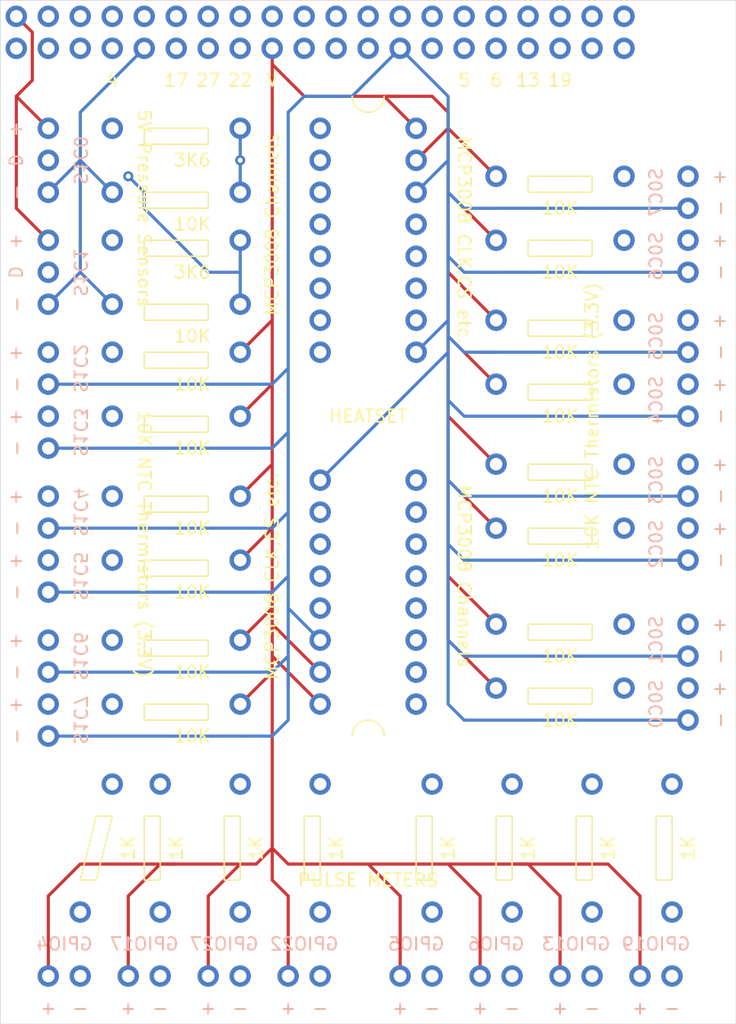
<source format=kicad_pcb>
(kicad_pcb (version 20171130) (host pcbnew "(5.1.6)-1")

  (general
    (thickness 1.6)
    (drawings 228)
    (tracks 372)
    (zones 0)
    (modules 137)
    (nets 1)
  )

  (page A4)
  (title_block
    (title "HeatSet Temperature, Pulse and Pressure board")
    (date 2020-06-27)
    (company HeatSet)
  )

  (layers
    (0 F.Cu signal)
    (1 In1.Cu signal)
    (2 In2.Cu signal)
    (31 B.Cu signal)
    (32 B.Adhes user)
    (33 F.Adhes user)
    (34 B.Paste user)
    (35 F.Paste user)
    (36 B.SilkS user)
    (37 F.SilkS user)
    (38 B.Mask user)
    (39 F.Mask user)
    (40 Dwgs.User user)
    (41 Cmts.User user hide)
    (42 Eco1.User user)
    (43 Eco2.User user)
    (44 Edge.Cuts user)
    (45 Margin user)
    (46 B.CrtYd user)
    (47 F.CrtYd user)
    (48 B.Fab user)
    (49 F.Fab user hide)
  )

  (setup
    (last_trace_width 0.25)
    (trace_clearance 0.2)
    (zone_clearance 0.508)
    (zone_45_only no)
    (trace_min 0.2)
    (via_size 0.8)
    (via_drill 0.4)
    (via_min_size 0.4)
    (via_min_drill 0.3)
    (uvia_size 0.3)
    (uvia_drill 0.1)
    (uvias_allowed no)
    (uvia_min_size 0.2)
    (uvia_min_drill 0.1)
    (edge_width 0.05)
    (segment_width 0.2)
    (pcb_text_width 0.3)
    (pcb_text_size 1.5 1.5)
    (mod_edge_width 0.12)
    (mod_text_size 1 1)
    (mod_text_width 0.15)
    (pad_size 1.7 1.7)
    (pad_drill 1)
    (pad_to_mask_clearance 0.05)
    (aux_axis_origin 0 0)
    (visible_elements 7FFFFFFF)
    (pcbplotparams
      (layerselection 0x010fc_ffffffff)
      (usegerberextensions false)
      (usegerberattributes true)
      (usegerberadvancedattributes true)
      (creategerberjobfile true)
      (excludeedgelayer true)
      (linewidth 0.100000)
      (plotframeref false)
      (viasonmask false)
      (mode 1)
      (useauxorigin false)
      (hpglpennumber 1)
      (hpglpenspeed 20)
      (hpglpendiameter 15.000000)
      (psnegative false)
      (psa4output false)
      (plotreference true)
      (plotvalue true)
      (plotinvisibletext false)
      (padsonsilk false)
      (subtractmaskfromsilk false)
      (outputformat 1)
      (mirror false)
      (drillshape 1)
      (scaleselection 1)
      (outputdirectory ""))
  )

  (net 0 "")

  (net_class Default "This is the default net class."
    (clearance 0.2)
    (trace_width 0.25)
    (via_dia 0.8)
    (via_drill 0.4)
    (uvia_dia 0.3)
    (uvia_drill 0.1)
  )

  (module MountingHole:MountingHole_2.2mm_M2 (layer F.Cu) (tedit 56D1B4CB) (tstamp 5EDE66DE)
    (at 43.18 87.63)
    (descr "Mounting Hole 2.2mm, no annular, M2")
    (tags "mounting hole 2.2mm no annular m2")
    (attr virtual)
    (fp_text reference M1 (at 0 -3.2) (layer Cmts.User)
      (effects (font (size 1 1) (thickness 0.15)))
    )
    (fp_text value MountingHole_2.2mm_M2 (at 0 3.2) (layer F.Fab)
      (effects (font (size 1 1) (thickness 0.15)))
    )
    (fp_circle (center 0 0) (end 2.2 0) (layer Cmts.User) (width 0.15))
    (fp_circle (center 0 0) (end 2.45 0) (layer F.CrtYd) (width 0.05))
    (fp_text user %R (at 0.3 0) (layer F.Fab)
      (effects (font (size 1 1) (thickness 0.15)))
    )
    (pad 1 np_thru_hole circle (at 0 0) (size 2.2 2.2) (drill 2.2) (layers *.Cu *.Mask))
  )

  (module MountingHole:MountingHole_2.2mm_M2 (layer F.Cu) (tedit 56D1B4CB) (tstamp 5EDF2743)
    (at 93.98 26.67)
    (descr "Mounting Hole 2.2mm, no annular, M2")
    (tags "mounting hole 2.2mm no annular m2")
    (attr virtual)
    (fp_text reference M1 (at 0 -3.2) (layer Cmts.User)
      (effects (font (size 1 1) (thickness 0.15)))
    )
    (fp_text value MountingHole_2.2mm_M2 (at 0 3.2) (layer F.Fab)
      (effects (font (size 1 1) (thickness 0.15)))
    )
    (fp_circle (center 0 0) (end 2.2 0) (layer Cmts.User) (width 0.15))
    (fp_circle (center 0 0) (end 2.45 0) (layer F.CrtYd) (width 0.05))
    (fp_text user %R (at 0.3 0) (layer F.Fab)
      (effects (font (size 1 1) (thickness 0.15)))
    )
    (pad 1 np_thru_hole circle (at 0 0) (size 2.2 2.2) (drill 2.2) (layers *.Cu *.Mask))
  )

  (module "" (layer F.Cu) (tedit 5EDDDC10) (tstamp 5EDD603A)
    (at 92.71 54.61 180)
    (fp_text reference "" (at 0 0) (layer F.SilkS)
      (effects (font (size 1.27 1.27) (thickness 0.15)))
    )
    (fp_text value "" (at 0 0) (layer F.SilkS)
      (effects (font (size 1.27 1.27) (thickness 0.15)))
    )
    (pad 61A thru_hole oval (at -1.27 1.27 180) (size 1.7 1.7) (drill 1) (layers *.Cu *.Mask))
  )

  (module "" (layer F.Cu) (tedit 5EDDDB46) (tstamp 5EDD66A4)
    (at 91.44 93.98 90)
    (fp_text reference "" (at 0 0 90) (layer F.SilkS)
      (effects (font (size 1.27 1.27) (thickness 0.15)))
    )
    (fp_text value "" (at 0 0 90) (layer F.SilkS)
      (effects (font (size 1.27 1.27) (thickness 0.15)))
    )
    (pad 56C thru_hole oval (at -1.27 1.27 90) (size 1.7 1.7) (drill 1) (layers *.Cu *.Mask))
  )

  (module "" (layer F.Cu) (tedit 5EDDDB51) (tstamp 5EDD66A0)
    (at 91.44 83.82 90)
    (fp_text reference "" (at 0 0 90) (layer F.SilkS)
      (effects (font (size 1.27 1.27) (thickness 0.15)))
    )
    (fp_text value "" (at 0 0 90) (layer F.SilkS)
      (effects (font (size 1.27 1.27) (thickness 0.15)))
    )
    (pad 56D thru_hole oval (at -1.27 1.27 90) (size 1.7 1.7) (drill 1) (layers *.Cu *.Mask))
  )

  (module "" (layer F.Cu) (tedit 5EDDDB14) (tstamp 5EDD66A4)
    (at 85.09 93.98 90)
    (fp_text reference "" (at 0 0 90) (layer F.SilkS)
      (effects (font (size 1.27 1.27) (thickness 0.15)))
    )
    (fp_text value "" (at 0 0 90) (layer F.SilkS)
      (effects (font (size 1.27 1.27) (thickness 0.15)))
    )
    (pad 55C thru_hole oval (at -1.27 1.27 90) (size 1.7 1.7) (drill 1) (layers *.Cu *.Mask))
  )

  (module "" (layer F.Cu) (tedit 5EDDDB1B) (tstamp 5EDD66A0)
    (at 85.09 83.82 90)
    (fp_text reference "" (at 0 0 90) (layer F.SilkS)
      (effects (font (size 1.27 1.27) (thickness 0.15)))
    )
    (fp_text value "" (at 0 0 90) (layer F.SilkS)
      (effects (font (size 1.27 1.27) (thickness 0.15)))
    )
    (pad 55D thru_hole oval (at -1.27 1.27 90) (size 1.7 1.7) (drill 1) (layers *.Cu *.Mask))
  )

  (module "" (layer F.Cu) (tedit 5EDDDAF8) (tstamp 5EDD66A4)
    (at 78.74 93.98 90)
    (fp_text reference "" (at 0 0 90) (layer F.SilkS)
      (effects (font (size 1.27 1.27) (thickness 0.15)))
    )
    (fp_text value "" (at 0 0 90) (layer F.SilkS)
      (effects (font (size 1.27 1.27) (thickness 0.15)))
    )
    (pad 54C thru_hole oval (at -1.27 1.27 90) (size 1.7 1.7) (drill 1) (layers *.Cu *.Mask))
  )

  (module "" (layer F.Cu) (tedit 5EDDDAFF) (tstamp 5EDD66A0)
    (at 78.74 83.82 90)
    (fp_text reference "" (at 0 0 90) (layer F.SilkS)
      (effects (font (size 1.27 1.27) (thickness 0.15)))
    )
    (fp_text value "" (at 0 0 90) (layer F.SilkS)
      (effects (font (size 1.27 1.27) (thickness 0.15)))
    )
    (pad 54D thru_hole oval (at -1.27 1.27 90) (size 1.7 1.7) (drill 1) (layers *.Cu *.Mask))
  )

  (module "" (layer F.Cu) (tedit 5EDDDABF) (tstamp 5EDD66A4)
    (at 72.39 93.98 90)
    (fp_text reference "" (at 0 0 90) (layer F.SilkS)
      (effects (font (size 1.27 1.27) (thickness 0.15)))
    )
    (fp_text value "" (at 0 0 90) (layer F.SilkS)
      (effects (font (size 1.27 1.27) (thickness 0.15)))
    )
    (pad 53C thru_hole oval (at -1.27 1.27 90) (size 1.7 1.7) (drill 1) (layers *.Cu *.Mask))
  )

  (module "" (layer F.Cu) (tedit 5EDDDAC6) (tstamp 5EDD66A0)
    (at 72.39 83.82 90)
    (fp_text reference "" (at 0 0 90) (layer F.SilkS)
      (effects (font (size 1.27 1.27) (thickness 0.15)))
    )
    (fp_text value "" (at 0 0 90) (layer F.SilkS)
      (effects (font (size 1.27 1.27) (thickness 0.15)))
    )
    (pad 53D thru_hole oval (at -1.27 1.27 90) (size 1.7 1.7) (drill 1) (layers *.Cu *.Mask))
  )

  (module "" (layer F.Cu) (tedit 5EDDDAA2) (tstamp 5EDD66A4)
    (at 63.5 93.98 90)
    (fp_text reference "" (at 0 0 90) (layer F.SilkS)
      (effects (font (size 1.27 1.27) (thickness 0.15)))
    )
    (fp_text value "" (at 0 0 90) (layer F.SilkS)
      (effects (font (size 1.27 1.27) (thickness 0.15)))
    )
    (pad 52C thru_hole oval (at -1.27 1.27 90) (size 1.7 1.7) (drill 1) (layers *.Cu *.Mask))
  )

  (module "" (layer F.Cu) (tedit 5EDDDAAA) (tstamp 5EDD66A0)
    (at 63.5 83.82 90)
    (fp_text reference "" (at 0 0 90) (layer F.SilkS)
      (effects (font (size 1.27 1.27) (thickness 0.15)))
    )
    (fp_text value "" (at 0 0 90) (layer F.SilkS)
      (effects (font (size 1.27 1.27) (thickness 0.15)))
    )
    (pad 52D thru_hole oval (at -1.27 1.27 90) (size 1.7 1.7) (drill 1) (layers *.Cu *.Mask))
  )

  (module "" (layer F.Cu) (tedit 5EDDDA86) (tstamp 5EDD66A4)
    (at 57.15 93.98 90)
    (fp_text reference "" (at 0 0 90) (layer F.SilkS)
      (effects (font (size 1.27 1.27) (thickness 0.15)))
    )
    (fp_text value "" (at 0 0 90) (layer F.SilkS)
      (effects (font (size 1.27 1.27) (thickness 0.15)))
    )
    (pad 51C thru_hole oval (at -1.27 1.27 90) (size 1.7 1.7) (drill 1) (layers *.Cu *.Mask))
  )

  (module "" (layer F.Cu) (tedit 5EDDDA8D) (tstamp 5EDD66A0)
    (at 57.15 83.82 90)
    (fp_text reference "" (at 0 0 90) (layer F.SilkS)
      (effects (font (size 1.27 1.27) (thickness 0.15)))
    )
    (fp_text value "" (at 0 0 90) (layer F.SilkS)
      (effects (font (size 1.27 1.27) (thickness 0.15)))
    )
    (pad 51D thru_hole oval (at -1.27 1.27 90) (size 1.7 1.7) (drill 1) (layers *.Cu *.Mask))
  )

  (module "" (layer F.Cu) (tedit 5EDDDA5C) (tstamp 5EDD66A4)
    (at 50.8 93.98 90)
    (fp_text reference "" (at 0 0 90) (layer F.SilkS)
      (effects (font (size 1.27 1.27) (thickness 0.15)))
    )
    (fp_text value "" (at 0 0 90) (layer F.SilkS)
      (effects (font (size 1.27 1.27) (thickness 0.15)))
    )
    (pad 50C thru_hole oval (at -1.27 1.27 90) (size 1.7 1.7) (drill 1) (layers *.Cu *.Mask))
  )

  (module "" (layer F.Cu) (tedit 5EDDDA64) (tstamp 5EDD66A0)
    (at 50.8 83.82 90)
    (fp_text reference "" (at 0 0 90) (layer F.SilkS)
      (effects (font (size 1.27 1.27) (thickness 0.15)))
    )
    (fp_text value "" (at 0 0 90) (layer F.SilkS)
      (effects (font (size 1.27 1.27) (thickness 0.15)))
    )
    (pad 50D thru_hole oval (at -1.27 1.27 90) (size 1.7 1.7) (drill 1) (layers *.Cu *.Mask))
  )

  (module "" (layer F.Cu) (tedit 5EDDDA47) (tstamp 5EDD6630)
    (at 46.99 83.82 90)
    (fp_text reference "" (at 0 0 90) (layer F.SilkS)
      (effects (font (size 1.27 1.27) (thickness 0.15)))
    )
    (fp_text value "" (at 0 0 90) (layer F.SilkS)
      (effects (font (size 1.27 1.27) (thickness 0.15)))
    )
    (pad 49D thru_hole oval (at -1.27 1.27 90) (size 1.7 1.7) (drill 1) (layers *.Cu *.Mask))
  )

  (module "" (layer F.Cu) (tedit 5EDDDA3E) (tstamp 5EDD662C)
    (at 44.45 93.98 90)
    (fp_text reference "" (at 0 0 90) (layer F.SilkS)
      (effects (font (size 1.27 1.27) (thickness 0.15)))
    )
    (fp_text value "" (at 0 0 90) (layer F.SilkS)
      (effects (font (size 1.27 1.27) (thickness 0.15)))
    )
    (pad 49C thru_hole oval (at -1.27 1.27 90) (size 1.7 1.7) (drill 1) (layers *.Cu *.Mask))
  )

  (module "" (layer F.Cu) (tedit 5EDDDAE4) (tstamp 5EDD653D)
    (at 78.74 101.6 270)
    (fp_text reference "" (at 0 0 90) (layer F.SilkS)
      (effects (font (size 1.27 1.27) (thickness 0.15)))
    )
    (fp_text value "" (at 0 0 90) (layer F.SilkS)
      (effects (font (size 1.27 1.27) (thickness 0.15)))
    )
    (pad 54A thru_hole oval (at -1.27 1.27 270) (size 1.7 1.7) (drill 1) (layers *.Cu *.Mask))
  )

  (module "" (layer F.Cu) (tedit 5EDDDB2B) (tstamp 5EDD6539)
    (at 93.98 101.6 270)
    (fp_text reference "" (at 0 0 90) (layer F.SilkS)
      (effects (font (size 1.27 1.27) (thickness 0.15)))
    )
    (fp_text value "" (at 0 0 90) (layer F.SilkS)
      (effects (font (size 1.27 1.27) (thickness 0.15)))
    )
    (pad 56B thru_hole oval (at -1.27 1.27 270) (size 1.7 1.7) (drill 1) (layers *.Cu *.Mask))
  )

  (module "" (layer F.Cu) (tedit 5EDDDB06) (tstamp 5EDD6535)
    (at 85.09 101.6 270)
    (fp_text reference "" (at 0 0 90) (layer F.SilkS)
      (effects (font (size 1.27 1.27) (thickness 0.15)))
    )
    (fp_text value "" (at 0 0 90) (layer F.SilkS)
      (effects (font (size 1.27 1.27) (thickness 0.15)))
    )
    (pad 55A thru_hole oval (at -1.27 1.27 270) (size 1.7 1.7) (drill 1) (layers *.Cu *.Mask))
  )

  (module "" (layer F.Cu) (tedit 5EDDDAB1) (tstamp 5EDD6531)
    (at 72.39 101.6 270)
    (fp_text reference "" (at 0 0 90) (layer F.SilkS)
      (effects (font (size 1.27 1.27) (thickness 0.15)))
    )
    (fp_text value "" (at 0 0 90) (layer F.SilkS)
      (effects (font (size 1.27 1.27) (thickness 0.15)))
    )
    (pad 53A thru_hole oval (at -1.27 1.27 270) (size 1.7 1.7) (drill 1) (layers *.Cu *.Mask))
  )

  (module "" (layer F.Cu) (tedit 5EDDDAEB) (tstamp 5EDD652D)
    (at 81.28 101.6 270)
    (fp_text reference "" (at 0 0 90) (layer F.SilkS)
      (effects (font (size 1.27 1.27) (thickness 0.15)))
    )
    (fp_text value "" (at 0 0 90) (layer F.SilkS)
      (effects (font (size 1.27 1.27) (thickness 0.15)))
    )
    (pad 54B thru_hole oval (at -1.27 1.27 270) (size 1.7 1.7) (drill 1) (layers *.Cu *.Mask))
  )

  (module "" (layer F.Cu) (tedit 5EDDDB0D) (tstamp 5EDD6529)
    (at 87.63 101.6 270)
    (fp_text reference "" (at 0 0 90) (layer F.SilkS)
      (effects (font (size 1.27 1.27) (thickness 0.15)))
    )
    (fp_text value "" (at 0 0 90) (layer F.SilkS)
      (effects (font (size 1.27 1.27) (thickness 0.15)))
    )
    (pad 55B thru_hole oval (at -1.27 1.27 270) (size 1.7 1.7) (drill 1) (layers *.Cu *.Mask))
  )

  (module "" (layer F.Cu) (tedit 5EDDDAB9) (tstamp 5EDD6525)
    (at 74.93 101.6 270)
    (fp_text reference "" (at 0 0 90) (layer F.SilkS)
      (effects (font (size 1.27 1.27) (thickness 0.15)))
    )
    (fp_text value "" (at 0 0 90) (layer F.SilkS)
      (effects (font (size 1.27 1.27) (thickness 0.15)))
    )
    (pad 53B thru_hole oval (at -1.27 1.27 270) (size 1.7 1.7) (drill 1) (layers *.Cu *.Mask))
  )

  (module "" (layer F.Cu) (tedit 5EDDDB24) (tstamp 5EDD6521)
    (at 91.44 101.6 270)
    (fp_text reference "" (at 0 0 90) (layer F.SilkS)
      (effects (font (size 1.27 1.27) (thickness 0.15)))
    )
    (fp_text value "" (at 0 0 90) (layer F.SilkS)
      (effects (font (size 1.27 1.27) (thickness 0.15)))
    )
    (pad 56A thru_hole oval (at -1.27 1.27 270) (size 1.7 1.7) (drill 1) (layers *.Cu *.Mask))
  )

  (module "" (layer F.Cu) (tedit 5EDDDA94) (tstamp 5EDD6511)
    (at 63.5 101.6 270)
    (fp_text reference "" (at 0 0 90) (layer F.SilkS)
      (effects (font (size 1.27 1.27) (thickness 0.15)))
    )
    (fp_text value "" (at 0 0 90) (layer F.SilkS)
      (effects (font (size 1.27 1.27) (thickness 0.15)))
    )
    (pad 52A thru_hole oval (at -1.27 1.27 270) (size 1.7 1.7) (drill 1) (layers *.Cu *.Mask))
  )

  (module "" (layer F.Cu) (tedit 5EDDDA9B) (tstamp 5EDD650D)
    (at 66.04 101.6 270)
    (fp_text reference "" (at 0 0 90) (layer F.SilkS)
      (effects (font (size 1.27 1.27) (thickness 0.15)))
    )
    (fp_text value "" (at 0 0 90) (layer F.SilkS)
      (effects (font (size 1.27 1.27) (thickness 0.15)))
    )
    (pad 52B thru_hole oval (at -1.27 1.27 270) (size 1.7 1.7) (drill 1) (layers *.Cu *.Mask))
  )

  (module "" (layer F.Cu) (tedit 5EDDDA77) (tstamp 5EDD64B4)
    (at 57.15 101.6 270)
    (fp_text reference "" (at 0 0 90) (layer F.SilkS)
      (effects (font (size 1.27 1.27) (thickness 0.15)))
    )
    (fp_text value "" (at 0 0 90) (layer F.SilkS)
      (effects (font (size 1.27 1.27) (thickness 0.15)))
    )
    (pad 51A thru_hole oval (at -1.27 1.27 270) (size 1.7 1.7) (drill 1) (layers *.Cu *.Mask))
  )

  (module "" (layer F.Cu) (tedit 5EDDDA7F) (tstamp 5EDD64B0)
    (at 59.69 101.6 270)
    (fp_text reference "" (at 0 0 90) (layer F.SilkS)
      (effects (font (size 1.27 1.27) (thickness 0.15)))
    )
    (fp_text value "" (at 0 0 90) (layer F.SilkS)
      (effects (font (size 1.27 1.27) (thickness 0.15)))
    )
    (pad 51B thru_hole oval (at -1.27 1.27 270) (size 1.7 1.7) (drill 1) (layers *.Cu *.Mask))
  )

  (module "" (layer F.Cu) (tedit 5EDDDA4E) (tstamp 5EDD64B4)
    (at 50.8 101.6 270)
    (fp_text reference "" (at 0 0 90) (layer F.SilkS)
      (effects (font (size 1.27 1.27) (thickness 0.15)))
    )
    (fp_text value "" (at 0 0 90) (layer F.SilkS)
      (effects (font (size 1.27 1.27) (thickness 0.15)))
    )
    (pad 50A thru_hole oval (at -1.27 1.27 270) (size 1.7 1.7) (drill 1) (layers *.Cu *.Mask))
  )

  (module "" (layer F.Cu) (tedit 5EDDDA55) (tstamp 5EDD64B0)
    (at 53.34 101.6 270)
    (fp_text reference "" (at 0 0 90) (layer F.SilkS)
      (effects (font (size 1.27 1.27) (thickness 0.15)))
    )
    (fp_text value "" (at 0 0 90) (layer F.SilkS)
      (effects (font (size 1.27 1.27) (thickness 0.15)))
    )
    (pad 50B thru_hole oval (at -1.27 1.27 270) (size 1.7 1.7) (drill 1) (layers *.Cu *.Mask))
  )

  (module "" (layer F.Cu) (tedit 5EDDDA30) (tstamp 5EDD64B4)
    (at 44.45 101.6 270)
    (fp_text reference "" (at 0 0 90) (layer F.SilkS)
      (effects (font (size 1.27 1.27) (thickness 0.15)))
    )
    (fp_text value "" (at 0 0 90) (layer F.SilkS)
      (effects (font (size 1.27 1.27) (thickness 0.15)))
    )
    (pad 49A thru_hole oval (at -1.27 1.27 270) (size 1.7 1.7) (drill 1) (layers *.Cu *.Mask))
  )

  (module "" (layer F.Cu) (tedit 5EDDDA36) (tstamp 5EDD64B0)
    (at 46.99 101.6 270)
    (fp_text reference "" (at 0 0 90) (layer F.SilkS)
      (effects (font (size 1.27 1.27) (thickness 0.15)))
    )
    (fp_text value "" (at 0 0 90) (layer F.SilkS)
      (effects (font (size 1.27 1.27) (thickness 0.15)))
    )
    (pad 49B thru_hole oval (at -1.27 1.27 270) (size 1.7 1.7) (drill 1) (layers *.Cu *.Mask))
  )

  (module "" (layer F.Cu) (tedit 5EDDDBB2) (tstamp 5EDD6376)
    (at 77.47 73.66 180)
    (fp_text reference "" (at 0 0) (layer F.SilkS)
      (effects (font (size 1.27 1.27) (thickness 0.15)))
    )
    (fp_text value "" (at 0 0) (layer F.SilkS)
      (effects (font (size 1.27 1.27) (thickness 0.15)))
    )
    (pad 58D thru_hole oval (at -1.27 1.27 180) (size 1.7 1.7) (drill 1) (layers *.Cu *.Mask))
  )

  (module "" (layer F.Cu) (tedit 5EDDDB99) (tstamp 5EDD6372)
    (at 92.71 76.2 180)
    (fp_text reference "" (at 0 0) (layer F.SilkS)
      (effects (font (size 1.27 1.27) (thickness 0.15)))
    )
    (fp_text value "" (at 0 0) (layer F.SilkS)
      (effects (font (size 1.27 1.27) (thickness 0.15)))
    )
    (pad 58B thru_hole oval (at -1.27 1.27 180) (size 1.7 1.7) (drill 1) (layers *.Cu *.Mask))
  )

  (module "" (layer F.Cu) (tedit 5EDDDBCC) (tstamp 5EDD636E)
    (at 87.63 66.04 180)
    (fp_text reference "" (at 0 0) (layer F.SilkS)
      (effects (font (size 1.27 1.27) (thickness 0.15)))
    )
    (fp_text value "" (at 0 0) (layer F.SilkS)
      (effects (font (size 1.27 1.27) (thickness 0.15)))
    )
    (pad 59C thru_hole oval (at -1.27 1.27 180) (size 1.7 1.7) (drill 1) (layers *.Cu *.Mask))
  )

  (module "" (layer F.Cu) (tedit 5EDDDBE6) (tstamp 5EDD636A)
    (at 92.71 63.5 180)
    (fp_text reference "" (at 0 0) (layer F.SilkS)
      (effects (font (size 1.27 1.27) (thickness 0.15)))
    )
    (fp_text value "" (at 0 0) (layer F.SilkS)
      (effects (font (size 1.27 1.27) (thickness 0.15)))
    )
    (pad 60B thru_hole oval (at -1.27 1.27 180) (size 1.7 1.7) (drill 1) (layers *.Cu *.Mask))
  )

  (module "" (layer F.Cu) (tedit 5EDDDB91) (tstamp 5EDD6366)
    (at 92.71 73.66 180)
    (fp_text reference "" (at 0 0) (layer F.SilkS)
      (effects (font (size 1.27 1.27) (thickness 0.15)))
    )
    (fp_text value "" (at 0 0) (layer F.SilkS)
      (effects (font (size 1.27 1.27) (thickness 0.15)))
    )
    (pad 58A thru_hole oval (at -1.27 1.27 180) (size 1.7 1.7) (drill 1) (layers *.Cu *.Mask))
  )

  (module "" (layer F.Cu) (tedit 5EDDDB87) (tstamp 5EDD6362)
    (at 77.47 78.74 180)
    (fp_text reference "" (at 0 0) (layer F.SilkS)
      (effects (font (size 1.27 1.27) (thickness 0.15)))
    )
    (fp_text value "" (at 0 0) (layer F.SilkS)
      (effects (font (size 1.27 1.27) (thickness 0.15)))
    )
    (pad 57D thru_hole oval (at -1.27 1.27 180) (size 1.7 1.7) (drill 1) (layers *.Cu *.Mask))
  )

  (module "" (layer F.Cu) (tedit 5EDDDB63) (tstamp 5EDD635E)
    (at 92.71 78.74 180)
    (fp_text reference "" (at 0 0) (layer F.SilkS)
      (effects (font (size 1.27 1.27) (thickness 0.15)))
    )
    (fp_text value "" (at 0 0) (layer F.SilkS)
      (effects (font (size 1.27 1.27) (thickness 0.15)))
    )
    (pad 57A thru_hole oval (at -1.27 1.27 180) (size 1.7 1.7) (drill 1) (layers *.Cu *.Mask))
  )

  (module "" (layer F.Cu) (tedit 5EDDDBBC) (tstamp 5EDD635A)
    (at 92.71 66.04 180)
    (fp_text reference "" (at 0 0) (layer F.SilkS)
      (effects (font (size 1.27 1.27) (thickness 0.15)))
    )
    (fp_text value "" (at 0 0) (layer F.SilkS)
      (effects (font (size 1.27 1.27) (thickness 0.15)))
    )
    (pad 59A thru_hole oval (at -1.27 1.27 180) (size 1.7 1.7) (drill 1) (layers *.Cu *.Mask))
  )

  (module "" (layer F.Cu) (tedit 5EDDDBA7) (tstamp 5EDD6356)
    (at 87.63 73.66 180)
    (fp_text reference "" (at 0 0) (layer F.SilkS)
      (effects (font (size 1.27 1.27) (thickness 0.15)))
    )
    (fp_text value "" (at 0 0) (layer F.SilkS)
      (effects (font (size 1.27 1.27) (thickness 0.15)))
    )
    (pad 58C thru_hole oval (at -1.27 1.27 180) (size 1.7 1.7) (drill 1) (layers *.Cu *.Mask))
  )

  (module "" (layer F.Cu) (tedit 5EDDDBD6) (tstamp 5EDD6352)
    (at 77.47 66.04 180)
    (fp_text reference "" (at 0 0) (layer F.SilkS)
      (effects (font (size 1.27 1.27) (thickness 0.15)))
    )
    (fp_text value "" (at 0 0) (layer F.SilkS)
      (effects (font (size 1.27 1.27) (thickness 0.15)))
    )
    (pad 59D thru_hole oval (at -1.27 1.27 180) (size 1.7 1.7) (drill 1) (layers *.Cu *.Mask))
  )

  (module "" (layer F.Cu) (tedit 5EDDDB7C) (tstamp 5EDD634E)
    (at 87.63 78.74 180)
    (fp_text reference "" (at 0 0) (layer F.SilkS)
      (effects (font (size 1.27 1.27) (thickness 0.15)))
    )
    (fp_text value "" (at 0 0) (layer F.SilkS)
      (effects (font (size 1.27 1.27) (thickness 0.15)))
    )
    (pad 57C thru_hole oval (at -1.27 1.27 180) (size 1.7 1.7) (drill 1) (layers *.Cu *.Mask))
  )

  (module "" (layer F.Cu) (tedit 5EDDDBDE) (tstamp 5EDD634A)
    (at 92.71 60.96 180)
    (fp_text reference "" (at 0 0) (layer F.SilkS)
      (effects (font (size 1.27 1.27) (thickness 0.15)))
    )
    (fp_text value "" (at 0 0) (layer F.SilkS)
      (effects (font (size 1.27 1.27) (thickness 0.15)))
    )
    (pad 60A thru_hole oval (at -1.27 1.27 180) (size 1.7 1.7) (drill 1) (layers *.Cu *.Mask))
  )

  (module "" (layer F.Cu) (tedit 5EDDDB6E) (tstamp 5EDD6346)
    (at 92.71 81.28 180)
    (fp_text reference "" (at 0 0) (layer F.SilkS)
      (effects (font (size 1.27 1.27) (thickness 0.15)))
    )
    (fp_text value "" (at 0 0) (layer F.SilkS)
      (effects (font (size 1.27 1.27) (thickness 0.15)))
    )
    (pad 57B thru_hole oval (at -1.27 1.27 180) (size 1.7 1.7) (drill 1) (layers *.Cu *.Mask))
  )

  (module "" (layer F.Cu) (tedit 5EDDDBC4) (tstamp 5EDD6342)
    (at 92.71 68.58 180)
    (fp_text reference "" (at 0 0) (layer F.SilkS)
      (effects (font (size 1.27 1.27) (thickness 0.15)))
    )
    (fp_text value "" (at 0 0) (layer F.SilkS)
      (effects (font (size 1.27 1.27) (thickness 0.15)))
    )
    (pad 59B thru_hole oval (at -1.27 1.27 180) (size 1.7 1.7) (drill 1) (layers *.Cu *.Mask))
  )

  (module "" (layer F.Cu) (tedit 5EDDDBF1) (tstamp 5EDD633E)
    (at 87.63 60.96 180)
    (fp_text reference "" (at 0 0) (layer F.SilkS)
      (effects (font (size 1.27 1.27) (thickness 0.15)))
    )
    (fp_text value "" (at 0 0) (layer F.SilkS)
      (effects (font (size 1.27 1.27) (thickness 0.15)))
    )
    (pad 60C thru_hole oval (at -1.27 1.27 180) (size 1.7 1.7) (drill 1) (layers *.Cu *.Mask))
  )

  (module "" (layer F.Cu) (tedit 5EDDDBFA) (tstamp 5EDD633A)
    (at 77.47 60.96 180)
    (fp_text reference "" (at 0 0) (layer F.SilkS)
      (effects (font (size 1.27 1.27) (thickness 0.15)))
    )
    (fp_text value "" (at 0 0) (layer F.SilkS)
      (effects (font (size 1.27 1.27) (thickness 0.15)))
    )
    (pad 60D thru_hole oval (at -1.27 1.27 180) (size 1.7 1.7) (drill 1) (layers *.Cu *.Mask))
  )

  (module "" (layer F.Cu) (tedit 5EDDDC28) (tstamp 5EDD603E)
    (at 77.47 54.61 180)
    (fp_text reference "" (at 0 0) (layer F.SilkS)
      (effects (font (size 1.27 1.27) (thickness 0.15)))
    )
    (fp_text value "" (at 0 0) (layer F.SilkS)
      (effects (font (size 1.27 1.27) (thickness 0.15)))
    )
    (pad 61D thru_hole oval (at -1.27 1.27 180) (size 1.7 1.7) (drill 1) (layers *.Cu *.Mask))
  )

  (module "" (layer F.Cu) (tedit 5EDDDC48) (tstamp 5EDD6036)
    (at 87.63 49.53 180)
    (fp_text reference "" (at 0 0) (layer F.SilkS)
      (effects (font (size 1.27 1.27) (thickness 0.15)))
    )
    (fp_text value "" (at 0 0) (layer F.SilkS)
      (effects (font (size 1.27 1.27) (thickness 0.15)))
    )
    (pad 62C thru_hole oval (at -1.27 1.27 180) (size 1.7 1.7) (drill 1) (layers *.Cu *.Mask))
  )

  (module "" (layer F.Cu) (tedit 5EDDDC8E) (tstamp 5EDD6032)
    (at 77.47 43.18 180)
    (fp_text reference "" (at 0 0) (layer F.SilkS)
      (effects (font (size 1.27 1.27) (thickness 0.15)))
    )
    (fp_text value "" (at 0 0) (layer F.SilkS)
      (effects (font (size 1.27 1.27) (thickness 0.15)))
    )
    (pad 63D thru_hole oval (at -1.27 1.27 180) (size 1.7 1.7) (drill 1) (layers *.Cu *.Mask))
  )

  (module "" (layer F.Cu) (tedit 5EDDDC20) (tstamp 5EDD602E)
    (at 87.63 54.61 180)
    (fp_text reference "" (at 0 0) (layer F.SilkS)
      (effects (font (size 1.27 1.27) (thickness 0.15)))
    )
    (fp_text value "" (at 0 0) (layer F.SilkS)
      (effects (font (size 1.27 1.27) (thickness 0.15)))
    )
    (pad 61C thru_hole oval (at -1.27 1.27 180) (size 1.7 1.7) (drill 1) (layers *.Cu *.Mask))
  )

  (module "" (layer F.Cu) (tedit 5EDDDC19) (tstamp 5EDD602A)
    (at 92.71 57.15 180)
    (fp_text reference "" (at 0 0) (layer F.SilkS)
      (effects (font (size 1.27 1.27) (thickness 0.15)))
    )
    (fp_text value "" (at 0 0) (layer F.SilkS)
      (effects (font (size 1.27 1.27) (thickness 0.15)))
    )
    (pad 61B thru_hole oval (at -1.27 1.27 180) (size 1.7 1.7) (drill 1) (layers *.Cu *.Mask))
  )

  (module "" (layer F.Cu) (tedit 5EDDDC62) (tstamp 5EDD6026)
    (at 77.47 49.53 180)
    (fp_text reference "" (at 0 0) (layer F.SilkS)
      (effects (font (size 1.27 1.27) (thickness 0.15)))
    )
    (fp_text value "" (at 0 0) (layer F.SilkS)
      (effects (font (size 1.27 1.27) (thickness 0.15)))
    )
    (pad 62D thru_hole oval (at -1.27 1.27 180) (size 1.7 1.7) (drill 1) (layers *.Cu *.Mask))
  )

  (module "" (layer F.Cu) (tedit 5EDDDC40) (tstamp 5EDD6022)
    (at 92.71 52.07 180)
    (fp_text reference "" (at 0 0) (layer F.SilkS)
      (effects (font (size 1.27 1.27) (thickness 0.15)))
    )
    (fp_text value "" (at 0 0) (layer F.SilkS)
      (effects (font (size 1.27 1.27) (thickness 0.15)))
    )
    (pad 62B thru_hole oval (at -1.27 1.27 180) (size 1.7 1.7) (drill 1) (layers *.Cu *.Mask))
  )

  (module "" (layer F.Cu) (tedit 5EDDDC34) (tstamp 5EDD601E)
    (at 92.71 49.53 180)
    (fp_text reference "" (at 0 0) (layer F.SilkS)
      (effects (font (size 1.27 1.27) (thickness 0.15)))
    )
    (fp_text value "" (at 0 0) (layer F.SilkS)
      (effects (font (size 1.27 1.27) (thickness 0.15)))
    )
    (pad 62A thru_hole oval (at -1.27 1.27 180) (size 1.7 1.7) (drill 1) (layers *.Cu *.Mask))
  )

  (module "" (layer F.Cu) (tedit 5EDDDC6D) (tstamp 5EDD6019)
    (at 92.71 43.18 180)
    (fp_text reference "" (at 0 0) (layer F.SilkS)
      (effects (font (size 1.27 1.27) (thickness 0.15)))
    )
    (fp_text value "" (at 0 0) (layer F.SilkS)
      (effects (font (size 1.27 1.27) (thickness 0.15)))
    )
    (pad 63A thru_hole oval (at -1.27 1.27 180) (size 1.7 1.7) (drill 1) (layers *.Cu *.Mask))
  )

  (module "" (layer F.Cu) (tedit 5EDDDC85) (tstamp 5EDD6015)
    (at 87.63 43.18 180)
    (fp_text reference "" (at 0 0) (layer F.SilkS)
      (effects (font (size 1.27 1.27) (thickness 0.15)))
    )
    (fp_text value "" (at 0 0) (layer F.SilkS)
      (effects (font (size 1.27 1.27) (thickness 0.15)))
    )
    (pad 63C thru_hole oval (at -1.27 1.27 180) (size 1.7 1.7) (drill 1) (layers *.Cu *.Mask))
  )

  (module "" (layer F.Cu) (tedit 5EDDDC75) (tstamp 5EDD6011)
    (at 92.71 45.72 180)
    (fp_text reference "" (at 0 0) (layer F.SilkS)
      (effects (font (size 1.27 1.27) (thickness 0.15)))
    )
    (fp_text value "" (at 0 0) (layer F.SilkS)
      (effects (font (size 1.27 1.27) (thickness 0.15)))
    )
    (pad 63B thru_hole oval (at -1.27 1.27 180) (size 1.7 1.7) (drill 1) (layers *.Cu *.Mask))
  )

  (module "" (layer F.Cu) (tedit 5EDDDC96) (tstamp 5EDD600D)
    (at 92.71 38.1 180)
    (fp_text reference "" (at 0 0) (layer F.SilkS)
      (effects (font (size 1.27 1.27) (thickness 0.15)))
    )
    (fp_text value "" (at 0 0) (layer F.SilkS)
      (effects (font (size 1.27 1.27) (thickness 0.15)))
    )
    (pad 64A thru_hole oval (at -1.27 1.27 180) (size 1.7 1.7) (drill 1) (layers *.Cu *.Mask))
  )

  (module "" (layer F.Cu) (tedit 5EDDDC9E) (tstamp 5EDD6009)
    (at 92.71 40.64 180)
    (fp_text reference "" (at 0 0) (layer F.SilkS)
      (effects (font (size 1.27 1.27) (thickness 0.15)))
    )
    (fp_text value "" (at 0 0) (layer F.SilkS)
      (effects (font (size 1.27 1.27) (thickness 0.15)))
    )
    (pad 63B thru_hole oval (at -1.27 1.27 180) (size 1.7 1.7) (drill 1) (layers *.Cu *.Mask))
  )

  (module "" (layer F.Cu) (tedit 5EDDDCA7) (tstamp 5EDD6005)
    (at 87.63 38.1 180)
    (fp_text reference "" (at 0 0) (layer F.SilkS)
      (effects (font (size 1.27 1.27) (thickness 0.15)))
    )
    (fp_text value "" (at 0 0) (layer F.SilkS)
      (effects (font (size 1.27 1.27) (thickness 0.15)))
    )
    (pad 63C thru_hole oval (at -1.27 1.27 180) (size 1.7 1.7) (drill 1) (layers *.Cu *.Mask))
  )

  (module "" (layer F.Cu) (tedit 5EDDDCB0) (tstamp 5EDD6001)
    (at 77.47 38.1 180)
    (fp_text reference "" (at 0 0) (layer F.SilkS)
      (effects (font (size 1.27 1.27) (thickness 0.15)))
    )
    (fp_text value "" (at 0 0) (layer F.SilkS)
      (effects (font (size 1.27 1.27) (thickness 0.15)))
    )
    (pad 63D thru_hole oval (at -1.27 1.27 180) (size 1.7 1.7) (drill 1) (layers *.Cu *.Mask))
  )

  (module "" (layer F.Cu) (tedit 5EDDD941) (tstamp 5EDBA74F)
    (at 59.69 54.61)
    (fp_text reference "" (at 0 0) (layer F.SilkS)
      (effects (font (size 1.27 1.27) (thickness 0.15)))
    )
    (fp_text value "" (at 0 0) (layer F.SilkS)
      (effects (font (size 1.27 1.27) (thickness 0.15)))
    )
    (pad 44D thru_hole oval (at -1.27 1.27) (size 1.7 1.7) (drill 1) (layers *.Cu *.Mask))
  )

  (module "" (layer F.Cu) (tedit 5EDE48DF) (tstamp 5EDBAB49)
    (at 63.5 77.47 180)
    (fp_text reference "" (at 0 0) (layer F.SilkS)
      (effects (font (size 1.27 1.27) (thickness 0.15)))
    )
    (fp_text value "" (at 0 0) (layer F.SilkS)
      (effects (font (size 1.27 1.27) (thickness 0.15)))
    )
    (pad M1.14 thru_hole oval (at -1.27 1.27 180) (size 1.7 1.7) (drill 1) (layers *.Cu *.Mask))
  )

  (module "" (layer F.Cu) (tedit 5EDE488A) (tstamp 5EDBAB45)
    (at 71.12 77.47 180)
    (fp_text reference "" (at 0 0) (layer F.SilkS)
      (effects (font (size 1.27 1.27) (thickness 0.15)))
    )
    (fp_text value "" (at 0 0) (layer F.SilkS)
      (effects (font (size 1.27 1.27) (thickness 0.15)))
    )
    (pad M1.1 thru_hole oval (at -1.27 1.27 180) (size 1.7 1.7) (drill 1) (layers *.Cu *.Mask))
  )

  (module "" (layer F.Cu) (tedit 5EDE487D) (tstamp 5EDBAB41)
    (at 71.12 80.01 180)
    (fp_text reference "" (at 0 0) (layer F.SilkS)
      (effects (font (size 1.27 1.27) (thickness 0.15)))
    )
    (fp_text value "" (at 0 0) (layer F.SilkS)
      (effects (font (size 1.27 1.27) (thickness 0.15)))
    )
    (pad M1.0 thru_hole oval (at -1.27 1.27 180) (size 1.7 1.7) (drill 1) (layers *.Cu *.Mask))
  )

  (module "" (layer F.Cu) (tedit 5EDE48E4) (tstamp 5EDBAB3D)
    (at 63.5 80.01 180)
    (fp_text reference "" (at 0 0) (layer F.SilkS)
      (effects (font (size 1.27 1.27) (thickness 0.15)))
    )
    (fp_text value "" (at 0 0) (layer F.SilkS)
      (effects (font (size 1.27 1.27) (thickness 0.15)))
    )
    (pad M1.15 thru_hole oval (at -1.27 1.27 180) (size 1.7 1.7) (drill 1) (layers *.Cu *.Mask))
  )

  (module "" (layer F.Cu) (tedit 5EDE488E) (tstamp 5EDBAB39)
    (at 71.12 74.93 180)
    (fp_text reference "" (at 0 0) (layer F.SilkS)
      (effects (font (size 1.27 1.27) (thickness 0.15)))
    )
    (fp_text value "" (at 0 0) (layer F.SilkS)
      (effects (font (size 1.27 1.27) (thickness 0.15)))
    )
    (pad M1.2 thru_hole oval (at -1.27 1.27 180) (size 1.7 1.7) (drill 1) (layers *.Cu *.Mask))
  )

  (module "" (layer F.Cu) (tedit 5EDE48B8) (tstamp 5EDBAB20)
    (at 63.5 62.23 180)
    (fp_text reference "" (at 0 0) (layer F.SilkS)
      (effects (font (size 1.27 1.27) (thickness 0.15)))
    )
    (fp_text value "" (at 0 0) (layer F.SilkS)
      (effects (font (size 1.27 1.27) (thickness 0.15)))
    )
    (pad M1.8 thru_hole oval (at -1.27 1.27 180) (size 1.7 1.7) (drill 1) (layers *.Cu *.Mask))
  )

  (module "" (layer F.Cu) (tedit 5EDE48BC) (tstamp 5EDBAB1C)
    (at 63.5 64.77 180)
    (fp_text reference "" (at 0 0) (layer F.SilkS)
      (effects (font (size 1.27 1.27) (thickness 0.15)))
    )
    (fp_text value "" (at 0 0) (layer F.SilkS)
      (effects (font (size 1.27 1.27) (thickness 0.15)))
    )
    (pad M1.9 thru_hole oval (at -1.27 1.27 180) (size 1.7 1.7) (drill 1) (layers *.Cu *.Mask))
  )

  (module "" (layer F.Cu) (tedit 5EDE48D1) (tstamp 5EDBAB18)
    (at 63.5 74.93 180)
    (fp_text reference "" (at 0 0) (layer F.SilkS)
      (effects (font (size 1.27 1.27) (thickness 0.15)))
    )
    (fp_text value "" (at 0 0) (layer F.SilkS)
      (effects (font (size 1.27 1.27) (thickness 0.15)))
    )
    (pad M1.13 thru_hole oval (at -1.27 1.27 180) (size 1.7 1.7) (drill 1) (layers *.Cu *.Mask))
  )

  (module "" (layer F.Cu) (tedit 5EDE4895) (tstamp 5EDBAB14)
    (at 71.12 72.39 180)
    (fp_text reference "" (at 0 0) (layer F.SilkS)
      (effects (font (size 1.27 1.27) (thickness 0.15)))
    )
    (fp_text value "" (at 0 0) (layer F.SilkS)
      (effects (font (size 1.27 1.27) (thickness 0.15)))
    )
    (pad M1.3 thru_hole oval (at -1.27 1.27 180) (size 1.7 1.7) (drill 1) (layers *.Cu *.Mask))
  )

  (module "" (layer F.Cu) (tedit 5EDE48CC) (tstamp 5EDBAB10)
    (at 63.5 72.39 180)
    (fp_text reference "" (at 0 0) (layer F.SilkS)
      (effects (font (size 1.27 1.27) (thickness 0.15)))
    )
    (fp_text value "" (at 0 0) (layer F.SilkS)
      (effects (font (size 1.27 1.27) (thickness 0.15)))
    )
    (pad M1.12 thru_hole oval (at -1.27 1.27 180) (size 1.7 1.7) (drill 1) (layers *.Cu *.Mask))
  )

  (module "" (layer F.Cu) (tedit 5EDE489A) (tstamp 5EDBAB0C)
    (at 71.12 69.85 180)
    (fp_text reference "" (at 0 0) (layer F.SilkS)
      (effects (font (size 1.27 1.27) (thickness 0.15)))
    )
    (fp_text value "" (at 0 0) (layer F.SilkS)
      (effects (font (size 1.27 1.27) (thickness 0.15)))
    )
    (pad M1.4 thru_hole oval (at -1.27 1.27 180) (size 1.7 1.7) (drill 1) (layers *.Cu *.Mask))
  )

  (module "" (layer F.Cu) (tedit 5EDE48A0) (tstamp 5EDBAB08)
    (at 71.12 67.31 180)
    (fp_text reference "" (at 0 0) (layer F.SilkS)
      (effects (font (size 1.27 1.27) (thickness 0.15)))
    )
    (fp_text value "" (at 0 0) (layer F.SilkS)
      (effects (font (size 1.27 1.27) (thickness 0.15)))
    )
    (pad M1.5 thru_hole oval (at -1.27 1.27 180) (size 1.7 1.7) (drill 1) (layers *.Cu *.Mask))
  )

  (module "" (layer F.Cu) (tedit 5EDE48C8) (tstamp 5EDBAB04)
    (at 63.5 69.85 180)
    (fp_text reference "" (at 0 0) (layer F.SilkS)
      (effects (font (size 1.27 1.27) (thickness 0.15)))
    )
    (fp_text value "" (at 0 0) (layer F.SilkS)
      (effects (font (size 1.27 1.27) (thickness 0.15)))
    )
    (pad M1.11 thru_hole oval (at -1.27 1.27 180) (size 1.7 1.7) (drill 1) (layers *.Cu *.Mask))
  )

  (module "" (layer F.Cu) (tedit 5EDE48AE) (tstamp 5EDBAB00)
    (at 71.12 64.77 180)
    (fp_text reference "" (at 0 0) (layer F.SilkS)
      (effects (font (size 1.27 1.27) (thickness 0.15)))
    )
    (fp_text value "" (at 0 0) (layer F.SilkS)
      (effects (font (size 1.27 1.27) (thickness 0.15)))
    )
    (pad M1.6 thru_hole oval (at -1.27 1.27 180) (size 1.7 1.7) (drill 1) (layers *.Cu *.Mask))
  )

  (module "" (layer F.Cu) (tedit 5EDE48C3) (tstamp 5EDBAAFC)
    (at 63.5 67.31 180)
    (fp_text reference "" (at 0 0) (layer F.SilkS)
      (effects (font (size 1.27 1.27) (thickness 0.15)))
    )
    (fp_text value "" (at 0 0) (layer F.SilkS)
      (effects (font (size 1.27 1.27) (thickness 0.15)))
    )
    (pad M1.10 thru_hole oval (at -1.27 1.27 180) (size 1.7 1.7) (drill 1) (layers *.Cu *.Mask))
  )

  (module "" (layer F.Cu) (tedit 5EDE48B3) (tstamp 5EDBAAF8)
    (at 71.12 62.23 180)
    (fp_text reference "" (at 0 0) (layer F.SilkS)
      (effects (font (size 1.27 1.27) (thickness 0.15)))
    )
    (fp_text value "" (at 0 0) (layer F.SilkS)
      (effects (font (size 1.27 1.27) (thickness 0.15)))
    )
    (pad M1.7 thru_hole oval (at -1.27 1.27 180) (size 1.7 1.7) (drill 1) (layers *.Cu *.Mask))
  )

  (module "" (layer F.Cu) (tedit 5EDDD9AB) (tstamp 5EDBA988)
    (at 44.45 72.39)
    (fp_text reference "" (at 0 0) (layer F.SilkS)
      (effects (font (size 1.27 1.27) (thickness 0.15)))
    )
    (fp_text value "" (at 0 0) (layer F.SilkS)
      (effects (font (size 1.27 1.27) (thickness 0.15)))
    )
    (pad 47A thru_hole oval (at -1.27 1.27) (size 1.7 1.7) (drill 1) (layers *.Cu *.Mask))
  )

  (module "" (layer F.Cu) (tedit 5EDDD9B5) (tstamp 5EDBA984)
    (at 44.45 74.93)
    (fp_text reference "" (at 0 0) (layer F.SilkS)
      (effects (font (size 1.27 1.27) (thickness 0.15)))
    )
    (fp_text value "" (at 0 0) (layer F.SilkS)
      (effects (font (size 1.27 1.27) (thickness 0.15)))
    )
    (pad 47B thru_hole oval (at -1.27 1.27) (size 1.7 1.7) (drill 1) (layers *.Cu *.Mask))
  )

  (module "" (layer F.Cu) (tedit 5EDDD9DF) (tstamp 5EDBA980)
    (at 49.53 72.39)
    (fp_text reference "" (at 0 0) (layer F.SilkS)
      (effects (font (size 1.27 1.27) (thickness 0.15)))
    )
    (fp_text value "" (at 0 0) (layer F.SilkS)
      (effects (font (size 1.27 1.27) (thickness 0.15)))
    )
    (pad 47C thru_hole oval (at -1.27 1.27) (size 1.7 1.7) (drill 1) (layers *.Cu *.Mask))
  )

  (module "" (layer F.Cu) (tedit 5EDDDA12) (tstamp 5EDBA97C)
    (at 49.53 77.47)
    (fp_text reference "" (at 0 0) (layer F.SilkS)
      (effects (font (size 1.27 1.27) (thickness 0.15)))
    )
    (fp_text value "" (at 0 0) (layer F.SilkS)
      (effects (font (size 1.27 1.27) (thickness 0.15)))
    )
    (pad 48C thru_hole oval (at -1.27 1.27) (size 1.7 1.7) (drill 1) (layers *.Cu *.Mask))
  )

  (module "" (layer F.Cu) (tedit 5EDDDA1E) (tstamp 5EDBA978)
    (at 59.69 77.47)
    (fp_text reference "" (at 0 0) (layer F.SilkS)
      (effects (font (size 1.27 1.27) (thickness 0.15)))
    )
    (fp_text value "" (at 0 0) (layer F.SilkS)
      (effects (font (size 1.27 1.27) (thickness 0.15)))
    )
    (pad 48D thru_hole oval (at -1.27 1.27) (size 1.7 1.7) (drill 1) (layers *.Cu *.Mask))
  )

  (module "" (layer F.Cu) (tedit 5EDDD9F6) (tstamp 5EDBA974)
    (at 44.45 77.47)
    (fp_text reference "" (at 0 0) (layer F.SilkS)
      (effects (font (size 1.27 1.27) (thickness 0.15)))
    )
    (fp_text value "" (at 0 0) (layer F.SilkS)
      (effects (font (size 1.27 1.27) (thickness 0.15)))
    )
    (pad 48A thru_hole oval (at -1.27 1.27) (size 1.7 1.7) (drill 1) (layers *.Cu *.Mask))
  )

  (module "" (layer F.Cu) (tedit 5EDDDA03) (tstamp 5EDBA970)
    (at 44.45 80.01)
    (fp_text reference "" (at 0 0) (layer F.SilkS)
      (effects (font (size 1.27 1.27) (thickness 0.15)))
    )
    (fp_text value "" (at 0 0) (layer F.SilkS)
      (effects (font (size 1.27 1.27) (thickness 0.15)))
    )
    (pad 48B thru_hole oval (at -1.27 1.27) (size 1.7 1.7) (drill 1) (layers *.Cu *.Mask))
  )

  (module "" (layer F.Cu) (tedit 5EDDD9E9) (tstamp 5EDBA96C)
    (at 59.69 72.39)
    (fp_text reference "" (at 0 0) (layer F.SilkS)
      (effects (font (size 1.27 1.27) (thickness 0.15)))
    )
    (fp_text value "" (at 0 0) (layer F.SilkS)
      (effects (font (size 1.27 1.27) (thickness 0.15)))
    )
    (pad 47D thru_hole oval (at -1.27 1.27) (size 1.7 1.7) (drill 1) (layers *.Cu *.Mask))
  )

  (module "" (layer F.Cu) (tedit 5EDDD999) (tstamp 5EDBA8D3)
    (at 49.53 66.04)
    (fp_text reference "" (at 0 0) (layer F.SilkS)
      (effects (font (size 1.27 1.27) (thickness 0.15)))
    )
    (fp_text value "" (at 0 0) (layer F.SilkS)
      (effects (font (size 1.27 1.27) (thickness 0.15)))
    )
    (pad 46C thru_hole oval (at -1.27 1.27) (size 1.7 1.7) (drill 1) (layers *.Cu *.Mask))
  )

  (module "" (layer F.Cu) (tedit 5EDDD9A2) (tstamp 5EDBA8CF)
    (at 59.69 66.04)
    (fp_text reference "" (at 0 0) (layer F.SilkS)
      (effects (font (size 1.27 1.27) (thickness 0.15)))
    )
    (fp_text value "" (at 0 0) (layer F.SilkS)
      (effects (font (size 1.27 1.27) (thickness 0.15)))
    )
    (pad 46D thru_hole oval (at -1.27 1.27) (size 1.7 1.7) (drill 1) (layers *.Cu *.Mask))
  )

  (module "" (layer F.Cu) (tedit 5EDDD98A) (tstamp 5EDBA8CB)
    (at 44.45 66.04)
    (fp_text reference "" (at 0 0) (layer F.SilkS)
      (effects (font (size 1.27 1.27) (thickness 0.15)))
    )
    (fp_text value "" (at 0 0) (layer F.SilkS)
      (effects (font (size 1.27 1.27) (thickness 0.15)))
    )
    (pad 46A thru_hole oval (at -1.27 1.27) (size 1.7 1.7) (drill 1) (layers *.Cu *.Mask))
  )

  (module "" (layer F.Cu) (tedit 5EDDD992) (tstamp 5EDBA8C7)
    (at 44.45 68.58)
    (fp_text reference "" (at 0 0) (layer F.SilkS)
      (effects (font (size 1.27 1.27) (thickness 0.15)))
    )
    (fp_text value "" (at 0 0) (layer F.SilkS)
      (effects (font (size 1.27 1.27) (thickness 0.15)))
    )
    (pad 46B thru_hole oval (at -1.27 1.27) (size 1.7 1.7) (drill 1) (layers *.Cu *.Mask))
  )

  (module "" (layer F.Cu) (tedit 5EDDD974) (tstamp 5EDBA8AB)
    (at 49.53 60.96)
    (fp_text reference "" (at 0 0) (layer F.SilkS)
      (effects (font (size 1.27 1.27) (thickness 0.15)))
    )
    (fp_text value "" (at 0 0) (layer F.SilkS)
      (effects (font (size 1.27 1.27) (thickness 0.15)))
    )
    (pad 45C thru_hole oval (at -1.27 1.27) (size 1.7 1.7) (drill 1) (layers *.Cu *.Mask))
  )

  (module "" (layer F.Cu) (tedit 5EDDD95D) (tstamp 5EDBA8A7)
    (at 44.45 60.96)
    (fp_text reference "" (at 0 0) (layer F.SilkS)
      (effects (font (size 1.27 1.27) (thickness 0.15)))
    )
    (fp_text value "" (at 0 0) (layer F.SilkS)
      (effects (font (size 1.27 1.27) (thickness 0.15)))
    )
    (pad 45A thru_hole oval (at -1.27 1.27) (size 1.7 1.7) (drill 1) (layers *.Cu *.Mask))
  )

  (module "" (layer F.Cu) (tedit 5EDDD96B) (tstamp 5EDBA8A3)
    (at 44.45 63.5)
    (fp_text reference "" (at 0 0) (layer F.SilkS)
      (effects (font (size 1.27 1.27) (thickness 0.15)))
    )
    (fp_text value "" (at 0 0) (layer F.SilkS)
      (effects (font (size 1.27 1.27) (thickness 0.15)))
    )
    (pad 45B thru_hole oval (at -1.27 1.27) (size 1.7 1.7) (drill 1) (layers *.Cu *.Mask))
  )

  (module "" (layer F.Cu) (tedit 5EDDD97E) (tstamp 5EDBA89F)
    (at 59.69 60.96)
    (fp_text reference "" (at 0 0) (layer F.SilkS)
      (effects (font (size 1.27 1.27) (thickness 0.15)))
    )
    (fp_text value "" (at 0 0) (layer F.SilkS)
      (effects (font (size 1.27 1.27) (thickness 0.15)))
    )
    (pad 45D thru_hole oval (at -1.27 1.27) (size 1.7 1.7) (drill 1) (layers *.Cu *.Mask))
  )

  (module "" (layer F.Cu) (tedit 5EDDD934) (tstamp 5EDBA75B)
    (at 49.53 54.61)
    (fp_text reference "" (at 0 0) (layer F.SilkS)
      (effects (font (size 1.27 1.27) (thickness 0.15)))
    )
    (fp_text value "" (at 0 0) (layer F.SilkS)
      (effects (font (size 1.27 1.27) (thickness 0.15)))
    )
    (pad 44C thru_hole oval (at -1.27 1.27) (size 1.7 1.7) (drill 1) (layers *.Cu *.Mask))
  )

  (module "" (layer F.Cu) (tedit 5EDDD91F) (tstamp 5EDBA757)
    (at 44.45 54.61)
    (fp_text reference "" (at 0 0) (layer F.SilkS)
      (effects (font (size 1.27 1.27) (thickness 0.15)))
    )
    (fp_text value "" (at 0 0) (layer F.SilkS)
      (effects (font (size 1.27 1.27) (thickness 0.15)))
    )
    (pad 44A thru_hole oval (at -1.27 1.27) (size 1.7 1.7) (drill 1) (layers *.Cu *.Mask))
  )

  (module "" (layer F.Cu) (tedit 5EDDD928) (tstamp 5EDBA753)
    (at 44.45 57.15)
    (fp_text reference "" (at 0 0) (layer F.SilkS)
      (effects (font (size 1.27 1.27) (thickness 0.15)))
    )
    (fp_text value "" (at 0 0) (layer F.SilkS)
      (effects (font (size 1.27 1.27) (thickness 0.15)))
    )
    (pad 44B thru_hole oval (at -1.27 1.27) (size 1.7 1.7) (drill 1) (layers *.Cu *.Mask))
  )

  (module "" (layer F.Cu) (tedit 5EDDD90B) (tstamp 5ED6CF54)
    (at 49.53 49.53)
    (fp_text reference "" (at 0 0) (layer F.SilkS)
      (effects (font (size 1.27 1.27) (thickness 0.15)))
    )
    (fp_text value "" (at 0 0) (layer F.SilkS)
      (effects (font (size 1.27 1.27) (thickness 0.15)))
    )
    (pad 43C thru_hole oval (at -1.27 1.27) (size 1.7 1.7) (drill 1) (layers *.Cu *.Mask))
  )

  (module "" (layer F.Cu) (tedit 5EDDD916) (tstamp 5ED6CF54)
    (at 59.69 49.53)
    (fp_text reference "" (at 0 0) (layer F.SilkS)
      (effects (font (size 1.27 1.27) (thickness 0.15)))
    )
    (fp_text value "" (at 0 0) (layer F.SilkS)
      (effects (font (size 1.27 1.27) (thickness 0.15)))
    )
    (pad 43D thru_hole oval (at -1.27 1.27) (size 1.7 1.7) (drill 1) (layers *.Cu *.Mask))
  )

  (module "" (layer F.Cu) (tedit 5ED6C457) (tstamp 5ED6CF54)
    (at 44.45 52.07)
    (fp_text reference "" (at 0 0) (layer F.SilkS)
      (effects (font (size 1.27 1.27) (thickness 0.15)))
    )
    (fp_text value "" (at 0 0) (layer F.SilkS)
      (effects (font (size 1.27 1.27) (thickness 0.15)))
    )
    (pad 43B thru_hole oval (at -1.27 1.27) (size 1.7 1.7) (drill 1) (layers *.Cu *.Mask))
  )

  (module "" (layer F.Cu) (tedit 5ED6C446) (tstamp 5ED6CF54)
    (at 44.45 49.53)
    (fp_text reference "" (at 0 0) (layer F.SilkS)
      (effects (font (size 1.27 1.27) (thickness 0.15)))
    )
    (fp_text value "" (at 0 0) (layer F.SilkS)
      (effects (font (size 1.27 1.27) (thickness 0.15)))
    )
    (pad 43A thru_hole oval (at -1.27 1.27) (size 1.7 1.7) (drill 1) (layers *.Cu *.Mask))
  )

  (module "" (layer F.Cu) (tedit 5ED6C415) (tstamp 5ED6CE3B)
    (at 44.45 43.18)
    (fp_text reference "" (at 0 0) (layer F.SilkS)
      (effects (font (size 1.27 1.27) (thickness 0.15)))
    )
    (fp_text value "" (at 0 0) (layer F.SilkS)
      (effects (font (size 1.27 1.27) (thickness 0.15)))
    )
    (pad 42B thru_hole oval (at -1.27 1.27) (size 1.7 1.7) (drill 1) (layers *.Cu *.Mask))
  )

  (module "" (layer F.Cu) (tedit 5ED6C40D) (tstamp 5ED6CE37)
    (at 44.45 40.64)
    (fp_text reference "" (at 0 0) (layer F.SilkS)
      (effects (font (size 1.27 1.27) (thickness 0.15)))
    )
    (fp_text value "" (at 0 0) (layer F.SilkS)
      (effects (font (size 1.27 1.27) (thickness 0.15)))
    )
    (pad 42A thru_hole oval (at -1.27 1.27) (size 1.7 1.7) (drill 1) (layers *.Cu *.Mask))
  )

  (module "" (layer F.Cu) (tedit 5ED6C422) (tstamp 5ED6CE33)
    (at 49.53 40.64)
    (fp_text reference "" (at 0 0) (layer F.SilkS)
      (effects (font (size 1.27 1.27) (thickness 0.15)))
    )
    (fp_text value "" (at 0 0) (layer F.SilkS)
      (effects (font (size 1.27 1.27) (thickness 0.15)))
    )
    (pad 42D thru_hole oval (at -1.27 1.27) (size 1.7 1.7) (drill 1) (layers *.Cu *.Mask))
  )

  (module "" (layer F.Cu) (tedit 5ED6C430) (tstamp 5ED6CE2F)
    (at 49.53 45.72)
    (fp_text reference "" (at 0 0) (layer F.SilkS)
      (effects (font (size 1.27 1.27) (thickness 0.15)))
    )
    (fp_text value "" (at 0 0) (layer F.SilkS)
      (effects (font (size 1.27 1.27) (thickness 0.15)))
    )
    (pad 42F thru_hole oval (at -1.27 1.27) (size 1.7 1.7) (drill 1) (layers *.Cu *.Mask))
  )

  (module "" (layer F.Cu) (tedit 5ED6C429) (tstamp 5ED6CE2B)
    (at 59.69 40.64)
    (fp_text reference "" (at 0 0) (layer F.SilkS)
      (effects (font (size 1.27 1.27) (thickness 0.15)))
    )
    (fp_text value "" (at 0 0) (layer F.SilkS)
      (effects (font (size 1.27 1.27) (thickness 0.15)))
    )
    (pad 42E thru_hole oval (at -1.27 1.27) (size 1.7 1.7) (drill 1) (layers *.Cu *.Mask))
  )

  (module "" (layer F.Cu) (tedit 5ED6C41B) (tstamp 5ED6CE27)
    (at 44.45 45.72)
    (fp_text reference "" (at 0 0) (layer F.SilkS)
      (effects (font (size 1.27 1.27) (thickness 0.15)))
    )
    (fp_text value "" (at 0 0) (layer F.SilkS)
      (effects (font (size 1.27 1.27) (thickness 0.15)))
    )
    (pad 42C thru_hole oval (at -1.27 1.27) (size 1.7 1.7) (drill 1) (layers *.Cu *.Mask))
  )

  (module "" (layer F.Cu) (tedit 5ED6C436) (tstamp 5ED6CE23)
    (at 59.69 45.72)
    (fp_text reference "" (at 0 0) (layer F.SilkS)
      (effects (font (size 1.27 1.27) (thickness 0.15)))
    )
    (fp_text value "" (at 0 0) (layer F.SilkS)
      (effects (font (size 1.27 1.27) (thickness 0.15)))
    )
    (pad 42G thru_hole oval (at -1.27 1.27) (size 1.7 1.7) (drill 1) (layers *.Cu *.Mask))
  )

  (module "" (layer F.Cu) (tedit 5EDE481B) (tstamp 0)
    (at 73.66 49.53)
    (fp_text reference "" (at 0 0) (layer F.SilkS)
      (effects (font (size 1.27 1.27) (thickness 0.15)))
    )
    (fp_text value "" (at 0 0) (layer F.SilkS)
      (effects (font (size 1.27 1.27) (thickness 0.15)))
    )
    (pad M0.8 thru_hole oval (at -1.27 1.27) (size 1.7 1.7) (drill 1) (layers *.Cu *.Mask))
  )

  (module "" (layer F.Cu) (tedit 5EDE4814) (tstamp 0)
    (at 66.04 49.53)
    (fp_text reference "" (at 0 0) (layer F.SilkS)
      (effects (font (size 1.27 1.27) (thickness 0.15)))
    )
    (fp_text value "" (at 0 0) (layer F.SilkS)
      (effects (font (size 1.27 1.27) (thickness 0.15)))
    )
    (pad M0.7 thru_hole oval (at -1.27 1.27) (size 1.7 1.7) (drill 1) (layers *.Cu *.Mask))
  )

  (module "" (layer F.Cu) (tedit 5EDE4820) (tstamp 0)
    (at 73.66 46.99)
    (fp_text reference "" (at 0 0) (layer F.SilkS)
      (effects (font (size 1.27 1.27) (thickness 0.15)))
    )
    (fp_text value "" (at 0 0) (layer F.SilkS)
      (effects (font (size 1.27 1.27) (thickness 0.15)))
    )
    (pad M0.9 thru_hole oval (at -1.27 1.27) (size 1.7 1.7) (drill 1) (layers *.Cu *.Mask))
  )

  (module "" (layer F.Cu) (tedit 5EDE480F) (tstamp 0)
    (at 66.04 46.99)
    (fp_text reference "" (at 0 0) (layer F.SilkS)
      (effects (font (size 1.27 1.27) (thickness 0.15)))
    )
    (fp_text value "" (at 0 0) (layer F.SilkS)
      (effects (font (size 1.27 1.27) (thickness 0.15)))
    )
    (pad M0.6 thru_hole oval (at -1.27 1.27) (size 1.7 1.7) (drill 1) (layers *.Cu *.Mask))
  )

  (module "" (layer F.Cu) (tedit 5EDE4825) (tstamp 0)
    (at 73.66 44.45)
    (fp_text reference "" (at 0 0) (layer F.SilkS)
      (effects (font (size 1.27 1.27) (thickness 0.15)))
    )
    (fp_text value "" (at 0 0) (layer F.SilkS)
      (effects (font (size 1.27 1.27) (thickness 0.15)))
    )
    (pad M0.10 thru_hole oval (at -1.27 1.27) (size 1.7 1.7) (drill 1) (layers *.Cu *.Mask))
  )

  (module "" (layer F.Cu) (tedit 5EDE4805) (tstamp 0)
    (at 66.04 44.45)
    (fp_text reference "" (at 0 0) (layer F.SilkS)
      (effects (font (size 1.27 1.27) (thickness 0.15)))
    )
    (fp_text value "" (at 0 0) (layer F.SilkS)
      (effects (font (size 1.27 1.27) (thickness 0.15)))
    )
    (pad M0.5 thru_hole oval (at -1.27 1.27) (size 1.7 1.7) (drill 1) (layers *.Cu *.Mask))
  )

  (module "" (layer F.Cu) (tedit 5EDE482D) (tstamp 0)
    (at 73.66 41.91)
    (fp_text reference "" (at 0 0) (layer F.SilkS)
      (effects (font (size 1.27 1.27) (thickness 0.15)))
    )
    (fp_text value "" (at 0 0) (layer F.SilkS)
      (effects (font (size 1.27 1.27) (thickness 0.15)))
    )
    (pad M0.11 thru_hole oval (at -1.27 1.27) (size 1.7 1.7) (drill 1) (layers *.Cu *.Mask))
  )

  (module "" (layer F.Cu) (tedit 5EDE47F9) (tstamp 0)
    (at 66.04 41.91)
    (fp_text reference "" (at 0 0) (layer F.SilkS)
      (effects (font (size 1.27 1.27) (thickness 0.15)))
    )
    (fp_text value "" (at 0 0) (layer F.SilkS)
      (effects (font (size 1.27 1.27) (thickness 0.15)))
    )
    (pad M0.4 thru_hole oval (at -1.27 1.27) (size 1.7 1.7) (drill 1) (layers *.Cu *.Mask))
  )

  (module "" (layer F.Cu) (tedit 5EDE4839) (tstamp 0)
    (at 73.66 39.37)
    (fp_text reference "" (at 0 0) (layer F.SilkS)
      (effects (font (size 1.27 1.27) (thickness 0.15)))
    )
    (fp_text value "" (at 0 0) (layer F.SilkS)
      (effects (font (size 1.27 1.27) (thickness 0.15)))
    )
    (pad M0.12 thru_hole oval (at -1.27 1.27) (size 1.7 1.7) (drill 1) (layers *.Cu *.Mask))
  )

  (module "" (layer F.Cu) (tedit 5EDE47EF) (tstamp 0)
    (at 66.04 39.37)
    (fp_text reference "" (at 0 0) (layer F.SilkS)
      (effects (font (size 1.27 1.27) (thickness 0.15)))
    )
    (fp_text value "" (at 0 0) (layer F.SilkS)
      (effects (font (size 1.27 1.27) (thickness 0.15)))
    )
    (pad M0.3 thru_hole oval (at -1.27 1.27) (size 1.7 1.7) (drill 1) (layers *.Cu *.Mask))
  )

  (module "" (layer F.Cu) (tedit 5EDE4840) (tstamp 0)
    (at 73.66 36.83)
    (fp_text reference "" (at 0 0) (layer F.SilkS)
      (effects (font (size 1.27 1.27) (thickness 0.15)))
    )
    (fp_text value "" (at 0 0) (layer F.SilkS)
      (effects (font (size 1.27 1.27) (thickness 0.15)))
    )
    (pad M0.13 thru_hole oval (at -1.27 1.27) (size 1.7 1.7) (drill 1) (layers *.Cu *.Mask))
  )

  (module "" (layer F.Cu) (tedit 5EDE47E5) (tstamp 0)
    (at 66.04 36.83)
    (fp_text reference "" (at 0 0) (layer F.SilkS)
      (effects (font (size 1.27 1.27) (thickness 0.15)))
    )
    (fp_text value "" (at 0 0) (layer F.SilkS)
      (effects (font (size 1.27 1.27) (thickness 0.15)))
    )
    (pad M0.2 thru_hole oval (at -1.27 1.27) (size 1.7 1.7) (drill 1) (layers *.Cu *.Mask))
  )

  (module "" (layer F.Cu) (tedit 5EDE4847) (tstamp 0)
    (at 73.66 34.29)
    (fp_text reference "" (at 0 0) (layer F.SilkS)
      (effects (font (size 1.27 1.27) (thickness 0.15)))
    )
    (fp_text value "" (at 0 0) (layer F.SilkS)
      (effects (font (size 1.27 1.27) (thickness 0.15)))
    )
    (pad M0.14 thru_hole oval (at -1.27 1.27) (size 1.7 1.7) (drill 1) (layers *.Cu *.Mask))
  )

  (module "" (layer F.Cu) (tedit 5EDE47DF) (tstamp 0)
    (at 66.04 34.29)
    (fp_text reference "" (at 0 0) (layer F.SilkS)
      (effects (font (size 1.27 1.27) (thickness 0.15)))
    )
    (fp_text value "" (at 0 0) (layer F.SilkS)
      (effects (font (size 1.27 1.27) (thickness 0.15)))
    )
    (pad M0.1 thru_hole oval (at -1.27 1.27) (size 1.7 1.7) (drill 1) (layers *.Cu *.Mask))
  )

  (module "" (layer F.Cu) (tedit 5EDE4852) (tstamp 0)
    (at 73.66 31.75)
    (fp_text reference "" (at 0 0) (layer F.SilkS)
      (effects (font (size 1.27 1.27) (thickness 0.15)))
    )
    (fp_text value "" (at 0 0) (layer F.SilkS)
      (effects (font (size 1.27 1.27) (thickness 0.15)))
    )
    (pad M0.15 thru_hole oval (at -1.27 1.27) (size 1.7 1.7) (drill 1) (layers *.Cu *.Mask))
  )

  (module "" (layer F.Cu) (tedit 5ED6BEE6) (tstamp 0)
    (at 66.04 31.75)
    (fp_text reference "" (at 0 0) (layer F.SilkS)
      (effects (font (size 1.27 1.27) (thickness 0.15)))
    )
    (fp_text value "" (at 0 0) (layer F.SilkS)
      (effects (font (size 1.27 1.27) (thickness 0.15)))
    )
    (pad M0.0 thru_hole oval (at -1.27 1.27) (size 1.7 1.7) (drill 1) (layers *.Cu *.Mask))
  )

  (module "" (layer F.Cu) (tedit 5ED6BAC4) (tstamp 0)
    (at 59.69 36.83)
    (fp_text reference "" (at 0 0) (layer F.SilkS)
      (effects (font (size 1.27 1.27) (thickness 0.15)))
    )
    (fp_text value "" (at 0 0) (layer F.SilkS)
      (effects (font (size 1.27 1.27) (thickness 0.15)))
    )
    (pad 41G thru_hole oval (at -1.27 1.27) (size 1.7 1.7) (drill 1) (layers *.Cu *.Mask))
  )

  (module "" (layer F.Cu) (tedit 5ED6BA39) (tstamp 0)
    (at 49.53 36.83)
    (fp_text reference "" (at 0 0) (layer F.SilkS)
      (effects (font (size 1.27 1.27) (thickness 0.15)))
    )
    (fp_text value "" (at 0 0) (layer F.SilkS)
      (effects (font (size 1.27 1.27) (thickness 0.15)))
    )
    (pad 41F thru_hole oval (at -1.27 1.27) (size 1.7 1.7) (drill 1) (layers *.Cu *.Mask))
  )

  (module "" (layer F.Cu) (tedit 5ED6B970) (tstamp 0)
    (at 59.69 31.75)
    (fp_text reference "" (at 0 0) (layer F.SilkS)
      (effects (font (size 1.27 1.27) (thickness 0.15)))
    )
    (fp_text value "" (at 0 0) (layer F.SilkS)
      (effects (font (size 1.27 1.27) (thickness 0.15)))
    )
    (pad 41E thru_hole oval (at -1.27 1.27) (size 1.7 1.7) (drill 1) (layers *.Cu *.Mask))
  )

  (module "" (layer F.Cu) (tedit 5ED6B961) (tstamp 0)
    (at 49.53 31.75)
    (fp_text reference "" (at 0 0) (layer F.SilkS)
      (effects (font (size 1.27 1.27) (thickness 0.15)))
    )
    (fp_text value "" (at 0 0) (layer F.SilkS)
      (effects (font (size 1.27 1.27) (thickness 0.15)))
    )
    (pad 41D thru_hole oval (at -1.27 1.27) (size 1.7 1.7) (drill 1) (layers *.Cu *.Mask))
  )

  (module "" (layer F.Cu) (tedit 5ED6B7A0) (tstamp 0)
    (at 44.45 36.83)
    (fp_text reference "" (at 0 0) (layer F.SilkS)
      (effects (font (size 1.27 1.27) (thickness 0.15)))
    )
    (fp_text value "" (at 0 0) (layer F.SilkS)
      (effects (font (size 1.27 1.27) (thickness 0.15)))
    )
    (pad 41C thru_hole oval (at -1.27 1.27) (size 1.7 1.7) (drill 1) (layers *.Cu *.Mask))
  )

  (module "" (layer F.Cu) (tedit 5ED6B78F) (tstamp 0)
    (at 44.45 34.29)
    (fp_text reference "" (at 0 0) (layer F.SilkS)
      (effects (font (size 1.27 1.27) (thickness 0.15)))
    )
    (fp_text value "" (at 0 0) (layer F.SilkS)
      (effects (font (size 1.27 1.27) (thickness 0.15)))
    )
    (pad 41B thru_hole oval (at -1.27 1.27) (size 1.7 1.7) (drill 1) (layers *.Cu *.Mask))
  )

  (module "" (layer F.Cu) (tedit 5ED6B783) (tstamp 0)
    (at 44.45 31.75)
    (fp_text reference "" (at 0 0) (layer F.SilkS)
      (effects (font (size 1.27 1.27) (thickness 0.15)))
    )
    (fp_text value "" (at 0 0) (layer F.SilkS)
      (effects (font (size 1.27 1.27) (thickness 0.15)))
    )
    (pad 41A thru_hole oval (at -1.27 1.27) (size 1.7 1.7) (drill 1) (layers *.Cu *.Mask))
  )

  (module Module:Raspberry_Pi_Zero_Socketed_THT_FaceDown_MountingHoles (layer F.Cu) (tedit 5ED6B4E5) (tstamp 5ED6C8B8)
    (at 40.64 24.13 90)
    (descr "Raspberry Pi Zero using through hole straight pin socket, 2x20, 2.54mm pitch, https://www.raspberrypi.org/documentation/hardware/raspberrypi/mechanical/rpi_MECH_Zero_1p2.pdf")
    (tags "raspberry pi zero through hole")
    (fp_text reference RaspberryPi (at 7.62 24.13) (layer Cmts.User)
      (effects (font (size 1 1) (thickness 0.15)))
    )
    (fp_text value MountingHoles (at 10.23 24.13 180) (layer Cmts.User)
      (effects (font (size 1 1) (thickness 0.15)))
    )
    (pad 6 thru_hole oval (at -2.54 5.08 90) (size 1.7 1.7) (drill 1) (layers *.Cu *.Mask))
    (pad 3 thru_hole oval (at 0 2.54 90) (size 1.7 1.7) (drill 1) (layers *.Cu *.Mask))
    (pad 15 thru_hole oval (at 0 17.78 90) (size 1.7 1.7) (drill 1) (layers *.Cu *.Mask))
    (pad 16 thru_hole oval (at -2.54 17.78 90) (size 1.7 1.7) (drill 1) (layers *.Cu *.Mask))
    (pad 4 thru_hole oval (at -2.54 2.54 90) (size 1.7 1.7) (drill 1) (layers *.Cu *.Mask))
    (pad 5 thru_hole oval (at 0 5.08 90) (size 1.7 1.7) (drill 1) (layers *.Cu *.Mask))
    (pad 2 thru_hole oval (at -2.54 0 90) (size 1.7 1.7) (drill 1) (layers *.Cu *.Mask))
    (pad 23 thru_hole oval (at 0 27.94 90) (size 1.7 1.7) (drill 1) (layers *.Cu *.Mask))
    (pad 24 thru_hole oval (at -2.54 27.94 90) (size 1.7 1.7) (drill 1) (layers *.Cu *.Mask))
    (pad 11 thru_hole oval (at 0 12.7 90) (size 1.7 1.7) (drill 1) (layers *.Cu *.Mask))
    (pad 12 thru_hole oval (at -2.54 12.7 90) (size 1.7 1.7) (drill 1) (layers *.Cu *.Mask))
    (pad 27 thru_hole oval (at 0 33.02 90) (size 1.7 1.7) (drill 1) (layers *.Cu *.Mask))
    (pad 28 thru_hole oval (at -2.54 33.02 90) (size 1.7 1.7) (drill 1) (layers *.Cu *.Mask))
    (pad 13 thru_hole oval (at 0 15.24 90) (size 1.7 1.7) (drill 1) (layers *.Cu *.Mask))
    (pad 14 thru_hole oval (at -2.54 15.24 90) (size 1.7 1.7) (drill 1) (layers *.Cu *.Mask))
    (pad 9 thru_hole oval (at 0 10.16 90) (size 1.7 1.7) (drill 1) (layers *.Cu *.Mask))
    (pad 10 thru_hole oval (at -2.54 10.16 90) (size 1.7 1.7) (drill 1) (layers *.Cu *.Mask))
    (pad 19 thru_hole oval (at 0 22.86 90) (size 1.7 1.7) (drill 1) (layers *.Cu *.Mask))
    (pad 20 thru_hole oval (at -2.54 22.86 90) (size 1.7 1.7) (drill 1) (layers *.Cu *.Mask))
    (pad 37 thru_hole oval (at 0 45.72 90) (size 1.7 1.7) (drill 1) (layers *.Cu *.Mask))
    (pad 38 thru_hole oval (at -2.54 45.72 90) (size 1.7 1.7) (drill 1) (layers *.Cu *.Mask))
    (pad 33 thru_hole oval (at 0 40.64 90) (size 1.7 1.7) (drill 1) (layers *.Cu *.Mask))
    (pad 34 thru_hole oval (at -2.54 40.64 90) (size 1.7 1.7) (drill 1) (layers *.Cu *.Mask))
    (pad 35 thru_hole oval (at 0 43.18 90) (size 1.7 1.7) (drill 1) (layers *.Cu *.Mask))
    (pad 36 thru_hole oval (at -2.54 43.18 90) (size 1.7 1.7) (drill 1) (layers *.Cu *.Mask))
    (pad 17 thru_hole oval (at 0 20.32 90) (size 1.7 1.7) (drill 1) (layers *.Cu *.Mask))
    (pad 18 thru_hole oval (at -2.54 20.32 90) (size 1.7 1.7) (drill 1) (layers *.Cu *.Mask))
    (pad 31 thru_hole oval (at 0 38.1 90) (size 1.7 1.7) (drill 1) (layers *.Cu *.Mask))
    (pad 32 thru_hole oval (at -2.54 38.1 90) (size 1.7 1.7) (drill 1) (layers *.Cu *.Mask))
    (pad 7 thru_hole oval (at 0 7.62 90) (size 1.7 1.7) (drill 1) (layers *.Cu *.Mask))
    (pad 8 thru_hole oval (at -2.54 7.62 90) (size 1.7 1.7) (drill 1) (layers *.Cu *.Mask))
    (pad 29 thru_hole oval (at 0 35.56 90) (size 1.7 1.7) (drill 1) (layers *.Cu *.Mask))
    (pad 30 thru_hole oval (at -2.54 35.56 90) (size 1.7 1.7) (drill 1) (layers *.Cu *.Mask))
    (pad 21 thru_hole oval (at 0 25.4 90) (size 1.7 1.7) (drill 1) (layers *.Cu *.Mask))
    (pad 22 thru_hole oval (at -2.54 25.4 90) (size 1.7 1.7) (drill 1) (layers *.Cu *.Mask))
    (pad 25 thru_hole oval (at 0 30.48 90) (size 1.7 1.7) (drill 1) (layers *.Cu *.Mask))
    (pad 26 thru_hole oval (at -2.54 30.48 90) (size 1.7 1.7) (drill 1) (layers *.Cu *.Mask))
    (pad 39 thru_hole oval (at 0 48.26 90) (size 1.7 1.7) (drill 1) (layers *.Cu *.Mask))
    (pad 40 thru_hole oval (at -2.54 48.26 90) (size 1.7 1.7) (drill 1) (layers *.Cu *.Mask))
    (pad 1 thru_hole oval (at 0 0 90) (size 1.7 1.7) (drill 1) (layers *.Cu *.Mask))
    (model ${KISYS3DMOD}/Module.3dshapes/Raspberry_Pi_Zero_Socketed_THT_FaceDown_MountingHoles.wrl
      (at (xyz 0 0 0))
      (scale (xyz 1 1 1))
      (rotate (xyz 0 0 0))
    )
  )

  (gr_arc (start 68.58 30.48) (end 67.31 30.48) (angle -180) (layer F.SilkS) (width 0.12) (tstamp 5EFBB581))
  (gr_line (start 39.37 104.14) (end 39.37 22.86) (layer Edge.Cuts) (width 0.05) (tstamp 5EFBB41C))
  (gr_line (start 97.79 104.14) (end 39.37 104.14) (layer Edge.Cuts) (width 0.05))
  (gr_line (start 97.79 22.86) (end 97.79 104.14) (layer Edge.Cuts) (width 0.05))
  (gr_line (start 39.37 22.86) (end 97.79 22.86) (layer Edge.Cuts) (width 0.05))
  (gr_arc (start 68.58 81.28) (end 69.85 81.28) (angle -180) (layer F.SilkS) (width 0.12))
  (gr_text "MCP3008 Channels" (at 76.2 68.58 270) (layer F.SilkS) (tstamp 5EDBAB4E)
    (effects (font (size 1 1) (thickness 0.15)))
  )
  (gr_text "MCP3008 CLK,CS etc." (at 76.2 41.91 270) (layer F.SilkS)
    (effects (font (size 1 1) (thickness 0.15)))
  )
  (gr_text "10K NTC Thermistors (3.3V)" (at 86.36 55.88 90) (layer F.SilkS) (tstamp 5EE38B37)
    (effects (font (size 1 1) (thickness 0.15)))
  )
  (gr_line (start 50.8 80.01) (end 50.8 78.74) (layer F.SilkS) (width 0.12) (tstamp 5EDE68EE))
  (gr_line (start 55.88 80.01) (end 50.8 80.01) (layer F.SilkS) (width 0.12))
  (gr_line (start 55.88 78.74) (end 55.88 80.01) (layer F.SilkS) (width 0.12))
  (gr_line (start 50.8 78.74) (end 55.88 78.74) (layer F.SilkS) (width 0.12))
  (gr_line (start 50.8 74.93) (end 50.8 73.66) (layer F.SilkS) (width 0.12) (tstamp 5EDE68E7))
  (gr_line (start 55.88 74.93) (end 50.8 74.93) (layer F.SilkS) (width 0.12))
  (gr_line (start 55.88 73.66) (end 55.88 74.93) (layer F.SilkS) (width 0.12))
  (gr_line (start 50.8 73.66) (end 55.88 73.66) (layer F.SilkS) (width 0.12))
  (gr_line (start 50.8 68.58) (end 50.8 67.31) (layer F.SilkS) (width 0.12) (tstamp 5EDE68DF))
  (gr_line (start 50.8 68.58) (end 55.88 68.58) (layer F.SilkS) (width 0.12) (tstamp 5EDE68DD))
  (gr_line (start 55.88 67.31) (end 55.88 68.58) (layer F.SilkS) (width 0.12))
  (gr_line (start 50.8 67.31) (end 55.88 67.31) (layer F.SilkS) (width 0.12))
  (gr_line (start 50.8 62.23) (end 50.8 63.5) (layer F.SilkS) (width 0.12) (tstamp 5EDE68CB))
  (gr_line (start 55.88 62.23) (end 50.8 62.23) (layer F.SilkS) (width 0.12))
  (gr_line (start 55.88 63.5) (end 55.88 62.23) (layer F.SilkS) (width 0.12))
  (gr_line (start 50.8 63.5) (end 55.88 63.5) (layer F.SilkS) (width 0.12))
  (gr_line (start 50.8 55.88) (end 50.8 57.15) (layer F.SilkS) (width 0.12) (tstamp 5EDE68C2))
  (gr_line (start 55.88 55.88) (end 50.8 55.88) (layer F.SilkS) (width 0.12))
  (gr_line (start 55.88 57.15) (end 55.88 55.88) (layer F.SilkS) (width 0.12))
  (gr_line (start 50.8 57.15) (end 55.88 57.15) (layer F.SilkS) (width 0.12))
  (gr_line (start 50.8 50.8) (end 50.8 52.07) (layer F.SilkS) (width 0.12) (tstamp 5EDE68AE))
  (gr_line (start 55.88 50.8) (end 50.8 50.8) (layer F.SilkS) (width 0.12))
  (gr_line (start 55.88 52.07) (end 55.88 50.8) (layer F.SilkS) (width 0.12))
  (gr_line (start 50.8 52.07) (end 55.88 52.07) (layer F.SilkS) (width 0.12))
  (gr_line (start 55.88 48.26) (end 55.88 46.99) (layer F.SilkS) (width 0.12) (tstamp 5EDE68A6))
  (gr_line (start 50.8 48.26) (end 55.88 48.26) (layer F.SilkS) (width 0.12))
  (gr_line (start 50.8 46.99) (end 50.8 48.26) (layer F.SilkS) (width 0.12))
  (gr_line (start 55.88 46.99) (end 50.8 46.99) (layer F.SilkS) (width 0.12))
  (gr_line (start 50.8 43.18) (end 50.8 41.91) (layer F.SilkS) (width 0.12) (tstamp 5EDE6897))
  (gr_line (start 55.88 43.18) (end 50.8 43.18) (layer F.SilkS) (width 0.12))
  (gr_line (start 55.88 41.91) (end 55.88 43.18) (layer F.SilkS) (width 0.12))
  (gr_line (start 50.8 41.91) (end 55.88 41.91) (layer F.SilkS) (width 0.12))
  (gr_line (start 50.8 39.37) (end 50.8 38.1) (layer F.SilkS) (width 0.12) (tstamp 5EDE688D))
  (gr_line (start 55.88 39.37) (end 50.8 39.37) (layer F.SilkS) (width 0.12))
  (gr_line (start 55.88 38.1) (end 55.88 39.37) (layer F.SilkS) (width 0.12))
  (gr_line (start 50.8 38.1) (end 55.88 38.1) (layer F.SilkS) (width 0.12))
  (gr_line (start 50.8 33.02) (end 50.8 34.29) (layer F.SilkS) (width 0.12) (tstamp 5EDE6886))
  (gr_line (start 55.88 33.02) (end 50.8 33.02) (layer F.SilkS) (width 0.12))
  (gr_line (start 55.88 34.29) (end 55.88 33.02) (layer F.SilkS) (width 0.12))
  (gr_line (start 50.8 34.29) (end 55.88 34.29) (layer F.SilkS) (width 0.12))
  (gr_line (start 81.28 36.83) (end 81.28 38.1) (layer F.SilkS) (width 0.12) (tstamp 5EDE6854))
  (gr_line (start 86.36 36.83) (end 81.28 36.83) (layer F.SilkS) (width 0.12))
  (gr_line (start 86.36 38.1) (end 86.36 36.83) (layer F.SilkS) (width 0.12))
  (gr_line (start 81.28 38.1) (end 86.36 38.1) (layer F.SilkS) (width 0.12))
  (gr_line (start 81.28 41.91) (end 81.28 43.18) (layer F.SilkS) (width 0.12) (tstamp 5EDE684E))
  (gr_line (start 86.36 41.91) (end 81.28 41.91) (layer F.SilkS) (width 0.12))
  (gr_line (start 86.36 43.18) (end 86.36 41.91) (layer F.SilkS) (width 0.12))
  (gr_line (start 81.28 43.18) (end 86.36 43.18) (layer F.SilkS) (width 0.12))
  (gr_line (start 81.28 48.26) (end 81.28 49.53) (layer F.SilkS) (width 0.12) (tstamp 5EDE683B))
  (gr_line (start 86.36 48.26) (end 81.28 48.26) (layer F.SilkS) (width 0.12))
  (gr_line (start 86.36 49.53) (end 86.36 48.26) (layer F.SilkS) (width 0.12))
  (gr_line (start 81.28 49.53) (end 86.36 49.53) (layer F.SilkS) (width 0.12))
  (gr_line (start 81.28 53.34) (end 81.28 54.61) (layer F.SilkS) (width 0.12) (tstamp 5EDE6835))
  (gr_line (start 86.36 53.34) (end 81.28 53.34) (layer F.SilkS) (width 0.12))
  (gr_line (start 86.36 54.61) (end 86.36 53.34) (layer F.SilkS) (width 0.12))
  (gr_line (start 81.28 54.61) (end 86.36 54.61) (layer F.SilkS) (width 0.12))
  (gr_line (start 81.28 59.69) (end 81.28 60.96) (layer F.SilkS) (width 0.12) (tstamp 5EDE6810))
  (gr_line (start 86.36 59.69) (end 81.28 59.69) (layer F.SilkS) (width 0.12))
  (gr_line (start 86.36 60.96) (end 86.36 59.69) (layer F.SilkS) (width 0.12))
  (gr_line (start 81.28 60.96) (end 86.36 60.96) (layer F.SilkS) (width 0.12))
  (gr_line (start 81.28 64.77) (end 81.28 66.04) (layer F.SilkS) (width 0.12) (tstamp 5EDE6809))
  (gr_line (start 86.36 64.77) (end 81.28 64.77) (layer F.SilkS) (width 0.12))
  (gr_line (start 86.36 66.04) (end 86.36 64.77) (layer F.SilkS) (width 0.12))
  (gr_line (start 81.28 66.04) (end 86.36 66.04) (layer F.SilkS) (width 0.12))
  (gr_line (start 81.28 72.39) (end 81.28 73.66) (layer F.SilkS) (width 0.12) (tstamp 5EDE6802))
  (gr_line (start 86.36 72.39) (end 81.28 72.39) (layer F.SilkS) (width 0.12))
  (gr_line (start 86.36 73.66) (end 86.36 72.39) (layer F.SilkS) (width 0.12))
  (gr_line (start 81.28 73.66) (end 86.36 73.66) (layer F.SilkS) (width 0.12))
  (gr_line (start 81.28 77.47) (end 81.28 78.74) (layer F.SilkS) (width 0.12) (tstamp 5EDE67FB))
  (gr_line (start 86.36 77.47) (end 81.28 77.47) (layer F.SilkS) (width 0.12))
  (gr_line (start 86.36 78.74) (end 86.36 77.47) (layer F.SilkS) (width 0.12))
  (gr_line (start 81.28 78.74) (end 86.36 78.74) (layer F.SilkS) (width 0.12))
  (gr_line (start 92.71 87.63) (end 91.44 87.63) (layer F.SilkS) (width 0.12) (tstamp 5EDE67E1))
  (gr_line (start 92.71 92.71) (end 92.71 87.63) (layer F.SilkS) (width 0.12))
  (gr_line (start 91.44 92.71) (end 92.71 92.71) (layer F.SilkS) (width 0.12))
  (gr_line (start 91.44 87.63) (end 91.44 92.71) (layer F.SilkS) (width 0.12))
  (gr_line (start 86.36 87.63) (end 85.09 87.63) (layer F.SilkS) (width 0.12) (tstamp 5EDE67DB))
  (gr_line (start 86.36 92.71) (end 86.36 87.63) (layer F.SilkS) (width 0.12))
  (gr_line (start 85.09 92.71) (end 86.36 92.71) (layer F.SilkS) (width 0.12))
  (gr_line (start 85.09 87.63) (end 85.09 92.71) (layer F.SilkS) (width 0.12))
  (gr_line (start 80.01 87.63) (end 78.74 87.63) (layer F.SilkS) (width 0.12) (tstamp 5EDE67D5))
  (gr_line (start 80.01 92.71) (end 80.01 87.63) (layer F.SilkS) (width 0.12))
  (gr_line (start 78.74 92.71) (end 80.01 92.71) (layer F.SilkS) (width 0.12))
  (gr_line (start 78.74 87.63) (end 78.74 92.71) (layer F.SilkS) (width 0.12))
  (gr_line (start 73.66 87.63) (end 72.39 87.63) (layer F.SilkS) (width 0.12) (tstamp 5EDE67CF))
  (gr_line (start 73.66 92.71) (end 73.66 87.63) (layer F.SilkS) (width 0.12))
  (gr_line (start 72.39 92.71) (end 73.66 92.71) (layer F.SilkS) (width 0.12))
  (gr_line (start 72.39 87.63) (end 72.39 92.71) (layer F.SilkS) (width 0.12))
  (gr_line (start 64.77 87.63) (end 63.5 87.63) (layer F.SilkS) (width 0.12) (tstamp 5EDE67C9))
  (gr_line (start 64.77 92.71) (end 64.77 87.63) (layer F.SilkS) (width 0.12))
  (gr_line (start 63.5 92.71) (end 64.77 92.71) (layer F.SilkS) (width 0.12))
  (gr_line (start 63.5 87.63) (end 63.5 92.71) (layer F.SilkS) (width 0.12))
  (gr_line (start 58.42 87.63) (end 57.15 87.63) (layer F.SilkS) (width 0.12) (tstamp 5EDE67C2))
  (gr_line (start 58.42 92.71) (end 58.42 87.63) (layer F.SilkS) (width 0.12))
  (gr_line (start 57.15 92.71) (end 58.42 92.71) (layer F.SilkS) (width 0.12))
  (gr_line (start 57.15 87.63) (end 57.15 92.71) (layer F.SilkS) (width 0.12))
  (gr_line (start 52.07 87.63) (end 50.8 87.63) (layer F.SilkS) (width 0.12) (tstamp 5EDE67BB))
  (gr_line (start 52.07 92.71) (end 52.07 87.63) (layer F.SilkS) (width 0.12))
  (gr_line (start 50.8 92.71) (end 52.07 92.71) (layer F.SilkS) (width 0.12))
  (gr_line (start 50.8 87.63) (end 50.8 92.71) (layer F.SilkS) (width 0.12))
  (gr_line (start 46.99 92.71) (end 45.72 92.71) (layer F.SilkS) (width 0.12) (tstamp 5EDE67B4))
  (gr_line (start 48.26 87.63) (end 46.99 92.71) (layer F.SilkS) (width 0.12))
  (gr_line (start 46.99 87.63) (end 48.26 87.63) (layer F.SilkS) (width 0.12))
  (gr_line (start 45.72 92.71) (end 46.99 87.63) (layer F.SilkS) (width 0.12))
  (gr_text + (at 96.52 59.69) (layer B.SilkS) (tstamp 5EDD637B)
    (effects (font (size 1 1) (thickness 0.15)))
  )
  (gr_text HEATSET (at 68.58 55.88) (layer F.SilkS)
    (effects (font (size 1 1) (thickness 0.15)))
  )
  (gr_text S0C1 (at 91.44 73.66 90) (layer B.SilkS) (tstamp 5EDDD838)
    (effects (font (size 1 1) (thickness 0.15)) (justify mirror))
  )
  (gr_text S0C2 (at 91.44 66.04 90) (layer B.SilkS) (tstamp 5EDDD837)
    (effects (font (size 1 1) (thickness 0.15)) (justify mirror))
  )
  (gr_text S0C3 (at 91.44 60.96 90) (layer B.SilkS) (tstamp 5EDDD836)
    (effects (font (size 1 1) (thickness 0.15)) (justify mirror))
  )
  (gr_text S0C4 (at 91.44 54.61 90) (layer B.SilkS) (tstamp 5EDDD835)
    (effects (font (size 1 1) (thickness 0.15)) (justify mirror))
  )
  (gr_text S0C5 (at 91.44 49.53 90) (layer B.SilkS) (tstamp 5EDDD834)
    (effects (font (size 1 1) (thickness 0.15)) (justify mirror))
  )
  (gr_text S0C7 (at 91.44 38.1 90) (layer B.SilkS) (tstamp 5EDDD833)
    (effects (font (size 1 1) (thickness 0.15)) (justify mirror))
  )
  (gr_text S0C0 (at 91.44 78.74 90) (layer B.SilkS) (tstamp 5EDDD832)
    (effects (font (size 1 1) (thickness 0.15)) (justify mirror))
  )
  (gr_text S0C6 (at 91.44 43.18 90) (layer B.SilkS) (tstamp 5EDDD831)
    (effects (font (size 1 1) (thickness 0.15)) (justify mirror))
  )
  (gr_text S1C7 (at 45.72 80.01 270) (layer B.SilkS) (tstamp 5EDDD731)
    (effects (font (size 1 1) (thickness 0.15)) (justify mirror))
  )
  (gr_text S1C6 (at 45.72 74.93 270) (layer B.SilkS) (tstamp 5EDDD731)
    (effects (font (size 1 1) (thickness 0.15)) (justify mirror))
  )
  (gr_text S1C5 (at 45.72 68.58 270) (layer B.SilkS) (tstamp 5EDDD731)
    (effects (font (size 1 1) (thickness 0.15)) (justify mirror))
  )
  (gr_text S1C4 (at 45.72 63.5 270) (layer B.SilkS) (tstamp 5EDDD731)
    (effects (font (size 1 1) (thickness 0.15)) (justify mirror))
  )
  (gr_text S1C3 (at 45.72 57.15 270) (layer B.SilkS) (tstamp 5EDDD731)
    (effects (font (size 1 1) (thickness 0.15)) (justify mirror))
  )
  (gr_text S1C2 (at 45.72 52.07 270) (layer B.SilkS) (tstamp 5EDDD731)
    (effects (font (size 1 1) (thickness 0.15)) (justify mirror))
  )
  (gr_text S1C1 (at 45.72 44.45 270) (layer B.SilkS) (tstamp 5EDDD731)
    (effects (font (size 1 1) (thickness 0.15)) (justify mirror))
  )
  (gr_text S1C0 (at 45.72 35.56 270) (layer B.SilkS)
    (effects (font (size 1 1) (thickness 0.15)) (justify mirror))
  )
  (gr_text "MCP3008 Channels" (at 60.96 40.64 90) (layer F.SilkS)
    (effects (font (size 1 1) (thickness 0.15)))
  )
  (gr_text - (at 92.71 102.87) (layer B.SilkS) (tstamp 5EDDBFD6)
    (effects (font (size 1 1) (thickness 0.15)))
  )
  (gr_text + (at 90.17 102.87) (layer B.SilkS) (tstamp 5EDDBFD5)
    (effects (font (size 1 1) (thickness 0.15)))
  )
  (gr_text - (at 86.36 102.87) (layer B.SilkS) (tstamp 5EDDBFD6)
    (effects (font (size 1 1) (thickness 0.15)))
  )
  (gr_text + (at 83.82 102.87) (layer B.SilkS) (tstamp 5EDDBFD5)
    (effects (font (size 1 1) (thickness 0.15)))
  )
  (gr_text - (at 80.01 102.87) (layer B.SilkS) (tstamp 5EDDBFD6)
    (effects (font (size 1 1) (thickness 0.15)))
  )
  (gr_text + (at 77.47 102.87) (layer B.SilkS) (tstamp 5EDDBFD5)
    (effects (font (size 1 1) (thickness 0.15)))
  )
  (gr_text - (at 73.66 102.87) (layer B.SilkS) (tstamp 5EDDBFD6)
    (effects (font (size 1 1) (thickness 0.15)))
  )
  (gr_text + (at 71.12 102.87) (layer B.SilkS) (tstamp 5EDDBFD5)
    (effects (font (size 1 1) (thickness 0.15)))
  )
  (gr_text - (at 64.77 102.87) (layer B.SilkS) (tstamp 5EDDBFD6)
    (effects (font (size 1 1) (thickness 0.15)))
  )
  (gr_text + (at 62.23 102.87) (layer B.SilkS) (tstamp 5EDDBFD5)
    (effects (font (size 1 1) (thickness 0.15)))
  )
  (gr_text - (at 58.42 102.87) (layer B.SilkS) (tstamp 5EDDBFD6)
    (effects (font (size 1 1) (thickness 0.15)))
  )
  (gr_text + (at 55.88 102.87) (layer B.SilkS) (tstamp 5EDDBFD5)
    (effects (font (size 1 1) (thickness 0.15)))
  )
  (gr_text - (at 52.07 102.87) (layer B.SilkS) (tstamp 5EDDBFD6)
    (effects (font (size 1 1) (thickness 0.15)))
  )
  (gr_text + (at 49.53 102.87) (layer B.SilkS) (tstamp 5EDDBFD5)
    (effects (font (size 1 1) (thickness 0.15)))
  )
  (gr_text + (at 43.18 102.87) (layer B.SilkS) (tstamp 5EDDBFBB)
    (effects (font (size 1 1) (thickness 0.15)))
  )
  (gr_text - (at 45.72 102.87) (layer B.SilkS) (tstamp 5EDDBFBA)
    (effects (font (size 1 1) (thickness 0.15)))
  )
  (gr_text GPIO19 (at 91.44 97.79) (layer B.SilkS)
    (effects (font (size 1 1) (thickness 0.15)) (justify mirror))
  )
  (gr_text 19 (at 83.82 29.21) (layer F.SilkS)
    (effects (font (size 1 1) (thickness 0.15)))
  )
  (gr_text GPIO13 (at 85.09 97.79) (layer B.SilkS)
    (effects (font (size 1 1) (thickness 0.15)) (justify mirror))
  )
  (gr_text 13 (at 81.28 29.21) (layer F.SilkS)
    (effects (font (size 1 1) (thickness 0.15)))
  )
  (gr_text 6 (at 78.74 29.21) (layer F.SilkS)
    (effects (font (size 1 1) (thickness 0.15)))
  )
  (gr_text GPIO6 (at 78.74 97.79) (layer B.SilkS)
    (effects (font (size 1 1) (thickness 0.15)) (justify mirror))
  )
  (gr_text 5 (at 76.2 29.21) (layer F.SilkS)
    (effects (font (size 1 1) (thickness 0.15)))
  )
  (gr_text GPIO5 (at 72.39 97.79) (layer B.SilkS)
    (effects (font (size 1 1) (thickness 0.15)) (justify mirror))
  )
  (gr_text GPIO22 (at 63.5 97.79) (layer B.SilkS)
    (effects (font (size 1 1) (thickness 0.15)) (justify mirror))
  )
  (gr_text GPIO27 (at 57.15 97.79) (layer B.SilkS)
    (effects (font (size 1 1) (thickness 0.15)) (justify mirror))
  )
  (gr_text V (at 60.96 29.21) (layer F.SilkS)
    (effects (font (size 1 1) (thickness 0.15)))
  )
  (gr_text 22 (at 58.42 29.21) (layer F.SilkS)
    (effects (font (size 1 1) (thickness 0.15)))
  )
  (gr_text 27 (at 55.88 29.21) (layer F.SilkS)
    (effects (font (size 1 1) (thickness 0.15)))
  )
  (gr_text GPIO17 (at 50.8 97.79) (layer B.SilkS)
    (effects (font (size 1 1) (thickness 0.15)) (justify mirror))
  )
  (gr_text 17 (at 53.34 29.21) (layer F.SilkS)
    (effects (font (size 1 1) (thickness 0.15)))
  )
  (gr_text 4 (at 48.26 29.21) (layer F.SilkS)
    (effects (font (size 1 1) (thickness 0.15)))
  )
  (gr_text "PULSE METERS" (at 68.58 92.71) (layer F.SilkS)
    (effects (font (size 1 1) (thickness 0.15)))
  )
  (gr_text GPIO4 (at 44.45 97.79) (layer B.SilkS)
    (effects (font (size 1 1) (thickness 0.15)) (justify mirror))
  )
  (gr_text 1K (at 93.98 90.17 90) (layer F.SilkS) (tstamp 5EDD669F)
    (effects (font (size 1 1) (thickness 0.15)))
  )
  (gr_text 1K (at 87.63 90.17 90) (layer F.SilkS) (tstamp 5EDD669F)
    (effects (font (size 1 1) (thickness 0.15)))
  )
  (gr_text 1K (at 81.28 90.17 90) (layer F.SilkS) (tstamp 5EDD669F)
    (effects (font (size 1 1) (thickness 0.15)))
  )
  (gr_text 1K (at 74.93 90.17 90) (layer F.SilkS) (tstamp 5EDD669F)
    (effects (font (size 1 1) (thickness 0.15)))
  )
  (gr_text 1K (at 66.04 90.17 90) (layer F.SilkS) (tstamp 5EDD669F)
    (effects (font (size 1 1) (thickness 0.15)))
  )
  (gr_text 1K (at 59.69 90.17 90) (layer F.SilkS) (tstamp 5EDD669F)
    (effects (font (size 1 1) (thickness 0.15)))
  )
  (gr_text 1K (at 53.34 90.17 90) (layer F.SilkS) (tstamp 5EDD669F)
    (effects (font (size 1 1) (thickness 0.15)))
  )
  (gr_text 1K (at 49.53 90.17 90) (layer F.SilkS) (tstamp 5EDD662B)
    (effects (font (size 1 1) (thickness 0.15)))
  )
  (gr_text + (at 96.52 72.39) (layer B.SilkS) (tstamp 5EDD6386)
    (effects (font (size 1 1) (thickness 0.15)))
  )
  (gr_text + (at 96.52 64.77) (layer B.SilkS) (tstamp 5EDD6385)
    (effects (font (size 1 1) (thickness 0.15)))
  )
  (gr_text - (at 96.52 74.93 90) (layer B.SilkS) (tstamp 5EDD6384)
    (effects (font (size 1 1) (thickness 0.15)))
  )
  (gr_text - (at 96.52 67.31 90) (layer B.SilkS) (tstamp 5EDD6383)
    (effects (font (size 1 1) (thickness 0.15)))
  )
  (gr_text - (at 96.52 80.01 90) (layer B.SilkS) (tstamp 5EDD6382)
    (effects (font (size 1 1) (thickness 0.15)))
  )
  (gr_text + (at 96.52 77.47) (layer B.SilkS) (tstamp 5EDD6381)
    (effects (font (size 1 1) (thickness 0.15)))
  )
  (gr_text 10K (at 83.82 80.01) (layer F.SilkS) (tstamp 5EDD6380)
    (effects (font (size 1 1) (thickness 0.15)))
  )
  (gr_text 10K (at 83.82 67.31) (layer F.SilkS) (tstamp 5EDD637F)
    (effects (font (size 1 1) (thickness 0.15)))
  )
  (gr_text - (at 96.52 62.23 90) (layer B.SilkS) (tstamp 5EDD637E)
    (effects (font (size 1 1) (thickness 0.15)))
  )
  (gr_text 10K (at 83.82 74.93) (layer F.SilkS) (tstamp 5EDD637D)
    (effects (font (size 1 1) (thickness 0.15)))
  )
  (gr_text 10K (at 83.82 62.23) (layer F.SilkS) (tstamp 5EDD637C)
    (effects (font (size 1 1) (thickness 0.15)))
  )
  (gr_text - (at 96.52 55.88 90) (layer B.SilkS) (tstamp 5EDD6333)
    (effects (font (size 1 1) (thickness 0.15)))
  )
  (gr_text + (at 96.52 53.34) (layer B.SilkS) (tstamp 5EDD6332)
    (effects (font (size 1 1) (thickness 0.15)))
  )
  (gr_text - (at 96.52 50.8 90) (layer B.SilkS) (tstamp 5EDD6333)
    (effects (font (size 1 1) (thickness 0.15)))
  )
  (gr_text + (at 96.52 48.26) (layer B.SilkS) (tstamp 5EDD6332)
    (effects (font (size 1 1) (thickness 0.15)))
  )
  (gr_text - (at 96.52 44.45 90) (layer B.SilkS) (tstamp 5EDD6333)
    (effects (font (size 1 1) (thickness 0.15)))
  )
  (gr_text + (at 96.52 41.91) (layer B.SilkS) (tstamp 5EDD6332)
    (effects (font (size 1 1) (thickness 0.15)))
  )
  (gr_text 10K (at 83.82 44.45) (layer F.SilkS) (tstamp 5EDD6000)
    (effects (font (size 1 1) (thickness 0.15)))
  )
  (gr_text 10K (at 83.82 50.8) (layer F.SilkS) (tstamp 5EDD5FFF)
    (effects (font (size 1 1) (thickness 0.15)))
  )
  (gr_text 10K (at 83.82 39.37) (layer F.SilkS) (tstamp 5EDD5FFE)
    (effects (font (size 1 1) (thickness 0.15)))
  )
  (gr_text - (at 96.52 39.37 90) (layer B.SilkS) (tstamp 5EDD5FFB)
    (effects (font (size 1 1) (thickness 0.15)))
  )
  (gr_text 10K (at 83.82 55.88) (layer F.SilkS) (tstamp 5EDD5FF9)
    (effects (font (size 1 1) (thickness 0.15)))
  )
  (gr_text + (at 96.52 36.83) (layer B.SilkS) (tstamp 5EDD5FF8)
    (effects (font (size 1 1) (thickness 0.15)) (justify mirror))
  )
  (gr_text "MCP3008 CLK,CS etc." (at 60.96 68.58 90) (layer F.SilkS) (tstamp 5EDBAB4D)
    (effects (font (size 1 1) (thickness 0.15)))
  )
  (gr_text "10K NTC Thermistors (3.3V)" (at 50.8 66.04 270) (layer F.SilkS)
    (effects (font (size 1 1) (thickness 0.15)))
  )
  (gr_text + (at 40.64 78.74) (layer B.SilkS) (tstamp 5EDBA991)
    (effects (font (size 1 1) (thickness 0.15)))
  )
  (gr_text - (at 40.64 76.2 90) (layer B.SilkS) (tstamp 5EDBA990)
    (effects (font (size 1 1) (thickness 0.15)))
  )
  (gr_text - (at 40.64 81.28 90) (layer B.SilkS) (tstamp 5EDBA98F)
    (effects (font (size 1 1) (thickness 0.15)))
  )
  (gr_text 10K (at 54.61 76.2) (layer F.SilkS) (tstamp 5EDBA98E)
    (effects (font (size 1 1) (thickness 0.15)))
  )
  (gr_text + (at 40.64 73.66) (layer B.SilkS) (tstamp 5EDBA98D)
    (effects (font (size 1 1) (thickness 0.15)))
  )
  (gr_text 10K (at 54.61 81.28) (layer F.SilkS) (tstamp 5EDBA98C)
    (effects (font (size 1 1) (thickness 0.15)))
  )
  (gr_text + (at 40.64 67.31) (layer B.SilkS) (tstamp 5EDBA8DC)
    (effects (font (size 1 1) (thickness 0.15)))
  )
  (gr_text - (at 40.64 69.85 90) (layer B.SilkS) (tstamp 5EDBA8DB)
    (effects (font (size 1 1) (thickness 0.15)))
  )
  (gr_text 10K (at 54.61 64.77) (layer F.SilkS) (tstamp 5EDBA8DA)
    (effects (font (size 1 1) (thickness 0.15)))
  )
  (gr_text 10K (at 54.61 69.85) (layer F.SilkS) (tstamp 5EDBA8D9)
    (effects (font (size 1 1) (thickness 0.15)))
  )
  (gr_text - (at 40.64 64.77 90) (layer B.SilkS) (tstamp 5EDBA8D8)
    (effects (font (size 1 1) (thickness 0.15)))
  )
  (gr_text + (at 40.64 62.23) (layer B.SilkS) (tstamp 5EDBA8D7)
    (effects (font (size 1 1) (thickness 0.15)))
  )
  (gr_text 10K (at 54.61 58.42) (layer F.SilkS) (tstamp 5EDBA76A)
    (effects (font (size 1 1) (thickness 0.15)))
  )
  (gr_text - (at 40.64 58.42 90) (layer B.SilkS) (tstamp 5EDBA769)
    (effects (font (size 1 1) (thickness 0.15)))
  )
  (gr_text + (at 40.64 55.88) (layer B.SilkS) (tstamp 5EDBA768)
    (effects (font (size 1 1) (thickness 0.15)))
  )
  (gr_text + (at 40.64 50.8) (layer B.SilkS) (tstamp 5EDBA4E2)
    (effects (font (size 1 1) (thickness 0.15)))
  )
  (gr_text - (at 40.64 53.34 90) (layer B.SilkS) (tstamp 5EDBA4E1)
    (effects (font (size 1 1) (thickness 0.15)))
  )
  (gr_text 10K (at 54.61 53.34) (layer F.SilkS)
    (effects (font (size 1 1) (thickness 0.15)))
  )
  (gr_text "5V Pressure Sensors" (at 50.8 39.37 270) (layer F.SilkS)
    (effects (font (size 1 1) (thickness 0.15)))
  )
  (gr_text D (at 40.64 44.45 90) (layer B.SilkS) (tstamp 5ED6CE48)
    (effects (font (size 1 1) (thickness 0.15)))
  )
  (gr_text - (at 40.64 46.99 90) (layer B.SilkS) (tstamp 5ED6CE47)
    (effects (font (size 1 1) (thickness 0.15)))
  )
  (gr_text + (at 40.64 41.91) (layer B.SilkS) (tstamp 5ED6CE46)
    (effects (font (size 1 1) (thickness 0.15)))
  )
  (gr_text 10K (at 54.61 49.53) (layer F.SilkS) (tstamp 5ED6CE40)
    (effects (font (size 1 1) (thickness 0.15)))
  )
  (gr_text 3K6 (at 54.61 44.45) (layer F.SilkS) (tstamp 5ED6CE3F)
    (effects (font (size 1 1) (thickness 0.15)))
  )
  (gr_text D (at 40.64 35.56 90) (layer B.SilkS)
    (effects (font (size 1 1) (thickness 0.15)))
  )
  (gr_text - (at 40.64 38.1 90) (layer B.SilkS)
    (effects (font (size 1 1) (thickness 0.15)))
  )
  (gr_text + (at 40.64 33.02) (layer B.SilkS)
    (effects (font (size 1 1) (thickness 0.15)))
  )
  (gr_text 10K (at 54.61 40.64) (layer F.SilkS)
    (effects (font (size 1 1) (thickness 0.15)))
  )
  (gr_text 3K6 (at 54.61 35.56) (layer F.SilkS)
    (effects (font (size 1 1) (thickness 0.15)))
  )

  (segment (start 45.72 95.25) (end 45.72 100.33) (width 0.25) (layer In1.Cu) (net 0))
  (segment (start 52.07 95.25) (end 52.07 100.33) (width 0.25) (layer In1.Cu) (net 0))
  (segment (start 58.42 95.25) (end 58.42 100.33) (width 0.25) (layer In1.Cu) (net 0))
  (segment (start 64.77 95.25) (end 64.77 100.33) (width 0.25) (layer In1.Cu) (net 0))
  (segment (start 73.66 95.25) (end 73.66 100.33) (width 0.25) (layer In1.Cu) (net 0))
  (segment (start 80.01 95.25) (end 80.01 100.33) (width 0.25) (layer In1.Cu) (net 0))
  (segment (start 86.36 95.25) (end 86.36 100.33) (width 0.25) (layer In1.Cu) (net 0))
  (segment (start 92.71 95.25) (end 92.71 100.33) (width 0.25) (layer In1.Cu) (net 0))
  (segment (start 90.17 93.98) (end 90.17 100.33) (width 0.25) (layer F.Cu) (net 0))
  (segment (start 87.63 91.44) (end 90.17 93.98) (width 0.25) (layer F.Cu) (net 0))
  (segment (start 80.01 91.44) (end 81.28 91.44) (width 0.25) (layer F.Cu) (net 0))
  (segment (start 80.01 91.44) (end 87.63 91.44) (width 0.25) (layer F.Cu) (net 0))
  (segment (start 83.82 93.98) (end 83.82 100.33) (width 0.25) (layer F.Cu) (net 0))
  (segment (start 81.28 91.44) (end 83.82 93.98) (width 0.25) (layer F.Cu) (net 0))
  (segment (start 74.93 91.44) (end 80.01 91.44) (width 0.25) (layer F.Cu) (net 0))
  (segment (start 74.93 91.44) (end 77.47 93.98) (width 0.25) (layer F.Cu) (net 0))
  (segment (start 77.47 93.98) (end 77.47 100.33) (width 0.25) (layer F.Cu) (net 0))
  (segment (start 68.58 91.44) (end 71.12 93.98) (width 0.25) (layer F.Cu) (net 0))
  (segment (start 68.58 91.44) (end 74.93 91.44) (width 0.25) (layer F.Cu) (net 0))
  (segment (start 71.12 93.98) (end 71.12 100.33) (width 0.25) (layer F.Cu) (net 0))
  (segment (start 62.23 93.98) (end 62.23 100.33) (width 0.25) (layer F.Cu) (net 0))
  (segment (start 55.88 93.98) (end 55.88 100.33) (width 0.25) (layer F.Cu) (net 0))
  (segment (start 45.72 91.44) (end 46.99 91.44) (width 0.25) (layer F.Cu) (net 0))
  (segment (start 49.53 93.98) (end 49.53 100.33) (width 0.25) (layer F.Cu) (net 0))
  (segment (start 53.34 29.21) (end 53.34 26.67) (width 0.25) (layer In1.Cu) (net 0))
  (segment (start 52.07 85.09) (end 52.07 30.48) (width 0.25) (layer In1.Cu) (net 0))
  (segment (start 52.07 30.48) (end 53.34 29.21) (width 0.25) (layer In1.Cu) (net 0))
  (segment (start 53.34 31.75) (end 55.88 29.21) (width 0.25) (layer In1.Cu) (net 0))
  (segment (start 55.88 29.21) (end 55.88 26.67) (width 0.25) (layer In1.Cu) (net 0))
  (segment (start 53.34 82.55) (end 53.34 31.75) (width 0.25) (layer In1.Cu) (net 0))
  (segment (start 58.42 85.09) (end 55.88 85.09) (width 0.25) (layer In1.Cu) (net 0))
  (segment (start 55.88 85.09) (end 53.34 82.55) (width 0.25) (layer In1.Cu) (net 0))
  (segment (start 58.42 29.21) (end 58.42 26.67) (width 0.25) (layer In1.Cu) (net 0))
  (segment (start 62.23 82.55) (end 55.88 82.55) (width 0.25) (layer In1.Cu) (net 0))
  (segment (start 64.77 85.09) (end 62.23 82.55) (width 0.25) (layer In1.Cu) (net 0))
  (segment (start 55.88 31.75) (end 58.42 29.21) (width 0.25) (layer In1.Cu) (net 0))
  (segment (start 55.88 82.55) (end 54.61 81.28) (width 0.25) (layer In1.Cu) (net 0))
  (segment (start 60.96 92.71) (end 62.23 93.98) (width 0.25) (layer F.Cu) (net 0))
  (segment (start 55.88 93.98) (end 58.42 91.44) (width 0.25) (layer F.Cu) (net 0))
  (segment (start 49.53 93.98) (end 52.07 91.44) (width 0.25) (layer F.Cu) (net 0))
  (segment (start 46.99 91.44) (end 52.07 91.44) (width 0.25) (layer F.Cu) (net 0))
  (segment (start 52.07 91.44) (end 53.34 91.44) (width 0.25) (layer F.Cu) (net 0))
  (segment (start 43.18 100.33) (end 43.18 93.98) (width 0.25) (layer F.Cu) (net 0))
  (segment (start 43.18 93.98) (end 45.72 91.44) (width 0.25) (layer F.Cu) (net 0))
  (segment (start 45.72 50.8) (end 43.18 50.8) (width 0.25) (layer In2.Cu) (net 0))
  (segment (start 48.26 50.8) (end 45.72 50.8) (width 0.25) (layer In2.Cu) (net 0))
  (segment (start 45.72 55.88) (end 48.26 55.88) (width 0.25) (layer In2.Cu) (net 0))
  (segment (start 43.18 55.88) (end 45.72 55.88) (width 0.25) (layer In2.Cu) (net 0))
  (segment (start 45.72 62.23) (end 43.18 62.23) (width 0.25) (layer In2.Cu) (net 0))
  (segment (start 48.26 62.23) (end 45.72 62.23) (width 0.25) (layer In2.Cu) (net 0))
  (segment (start 45.72 67.31) (end 43.18 67.31) (width 0.25) (layer In2.Cu) (net 0))
  (segment (start 48.26 67.31) (end 45.72 67.31) (width 0.25) (layer In2.Cu) (net 0))
  (segment (start 45.72 73.66) (end 48.26 73.66) (width 0.25) (layer In2.Cu) (net 0))
  (segment (start 43.18 73.66) (end 45.72 73.66) (width 0.25) (layer In2.Cu) (net 0))
  (segment (start 45.72 78.74) (end 48.26 78.74) (width 0.25) (layer In2.Cu) (net 0))
  (segment (start 43.18 78.74) (end 45.72 78.74) (width 0.25) (layer In2.Cu) (net 0))
  (segment (start 60.96 74.93) (end 64.77 78.74) (width 0.25) (layer F.Cu) (net 0))
  (segment (start 60.96 72.39) (end 64.77 76.2) (width 0.25) (layer F.Cu) (net 0))
  (segment (start 60.96 72.39) (end 60.96 74.93) (width 0.25) (layer F.Cu) (net 0))
  (segment (start 63.5 30.48) (end 62.23 31.75) (width 0.25) (layer B.Cu) (net 0))
  (segment (start 64.77 73.66) (end 62.23 71.12) (width 0.25) (layer B.Cu) (net 0))
  (segment (start 64.77 71.12) (end 66.04 69.85) (width 0.25) (layer In1.Cu) (net 0))
  (segment (start 71.12 58.42) (end 77.47 52.07) (width 0.25) (layer In1.Cu) (net 0))
  (segment (start 74.93 40.64) (end 77.47 38.1) (width 0.25) (layer In1.Cu) (net 0))
  (segment (start 72.39 40.64) (end 74.93 40.64) (width 0.25) (layer In1.Cu) (net 0))
  (segment (start 77.47 52.07) (end 77.47 38.1) (width 0.25) (layer In1.Cu) (net 0))
  (segment (start 77.47 38.1) (end 77.47 30.48) (width 0.25) (layer In1.Cu) (net 0))
  (segment (start 59.69 67.31) (end 59.69 30.48) (width 0.25) (layer In1.Cu) (net 0))
  (segment (start 64.77 68.58) (end 60.96 68.58) (width 0.25) (layer In1.Cu) (net 0))
  (segment (start 60.96 68.58) (end 59.69 67.31) (width 0.25) (layer In1.Cu) (net 0))
  (segment (start 60.96 26.67) (end 60.96 29.21) (width 0.25) (layer F.Cu) (net 0))
  (segment (start 64.77 63.5) (end 63.5 63.5) (width 0.25) (layer In1.Cu) (net 0))
  (segment (start 63.5 63.5) (end 62.23 62.23) (width 0.25) (layer In1.Cu) (net 0))
  (segment (start 62.23 62.23) (end 62.23 31.75) (width 0.25) (layer In1.Cu) (net 0))
  (segment (start 62.23 31.75) (end 64.77 29.21) (width 0.25) (layer In1.Cu) (net 0))
  (segment (start 64.77 29.21) (end 66.04 29.21) (width 0.25) (layer In1.Cu) (net 0))
  (segment (start 66.04 29.21) (end 67.31 27.94) (width 0.25) (layer In1.Cu) (net 0))
  (segment (start 67.31 25.4) (end 68.58 24.13) (width 0.25) (layer In1.Cu) (net 0))
  (segment (start 67.31 27.94) (end 67.31 25.4) (width 0.25) (layer In1.Cu) (net 0))
  (segment (start 72.39 45.72) (end 73.66 45.72) (width 0.25) (layer In2.Cu) (net 0))
  (segment (start 73.66 45.72) (end 76.2 43.18) (width 0.25) (layer In2.Cu) (net 0))
  (segment (start 76.2 43.18) (end 76.2 31.75) (width 0.25) (layer In2.Cu) (net 0))
  (segment (start 72.39 48.26) (end 73.66 48.26) (width 0.25) (layer In2.Cu) (net 0))
  (segment (start 73.66 48.26) (end 77.47 44.45) (width 0.25) (layer In2.Cu) (net 0))
  (segment (start 72.39 25.4) (end 71.12 24.13) (width 0.25) (layer In2.Cu) (net 0))
  (segment (start 41.91 25.4) (end 41.91 29.21) (width 0.25) (layer F.Cu) (net 0))
  (segment (start 41.91 29.21) (end 40.64 30.48) (width 0.25) (layer F.Cu) (net 0))
  (segment (start 40.64 30.48) (end 40.64 39.37) (width 0.25) (layer F.Cu) (net 0))
  (segment (start 40.64 39.37) (end 43.18 41.91) (width 0.25) (layer F.Cu) (net 0))
  (segment (start 40.64 30.48) (end 43.18 33.02) (width 0.25) (layer F.Cu) (net 0))
  (segment (start 45.72 44.45) (end 43.18 46.99) (width 0.25) (layer B.Cu) (net 0))
  (segment (start 50.8 26.67) (end 45.72 31.75) (width 0.25) (layer B.Cu) (net 0))
  (segment (start 45.72 31.75) (end 45.72 44.45) (width 0.25) (layer B.Cu) (net 0))
  (segment (start 43.18 38.1) (end 45.72 35.56) (width 0.25) (layer B.Cu) (net 0))
  (segment (start 45.72 35.56) (end 48.26 33.02) (width 0.25) (layer In2.Cu) (net 0))
  (segment (start 43.18 35.56) (end 45.72 35.56) (width 0.25) (layer In2.Cu) (net 0))
  (segment (start 45.72 67.31) (end 46.99 67.31) (width 0.25) (layer In2.Cu) (net 0))
  (segment (start 58.42 33.02) (end 58.42 35.56) (width 0.25) (layer B.Cu) (net 0))
  (segment (start 58.42 41.91) (end 58.42 44.45) (width 0.25) (layer B.Cu) (net 0))
  (segment (start 58.42 35.56) (end 58.42 38.1) (width 0.25) (layer B.Cu) (net 0) (tstamp 5EDDCF2B))
  (via (at 58.42 35.56) (size 0.8) (drill 0.4) (layers F.Cu B.Cu) (net 0))
  (segment (start 58.42 44.45) (end 58.42 46.99) (width 0.25) (layer B.Cu) (net 0) (tstamp 5EDDCF2F))
  (segment (start 48.26 38.1) (end 45.72 35.56) (width 0.25) (layer B.Cu) (net 0))
  (segment (start 48.26 46.99) (end 45.72 44.45) (width 0.25) (layer B.Cu) (net 0))
  (segment (start 58.42 35.56) (end 60.96 33.02) (width 0.25) (layer In2.Cu) (net 0))
  (segment (start 60.96 33.02) (end 64.77 33.02) (width 0.25) (layer In2.Cu) (net 0))
  (segment (start 58.42 44.45) (end 55.88 44.45) (width 0.25) (layer B.Cu) (net 0))
  (segment (start 55.88 44.45) (end 50.8 39.37) (width 0.25) (layer B.Cu) (net 0))
  (segment (start 50.8 39.37) (end 50.8 39.37) (width 0.25) (layer B.Cu) (net 0) (tstamp 5EDDCFCE))
  (segment (start 55.88 36.83) (end 59.69 36.83) (width 0.25) (layer In2.Cu) (net 0))
  (segment (start 60.96 35.56) (end 64.77 35.56) (width 0.25) (layer In2.Cu) (net 0))
  (segment (start 59.69 36.83) (end 60.96 35.56) (width 0.25) (layer In2.Cu) (net 0))
  (segment (start 43.18 44.45) (end 45.72 44.45) (width 0.25) (layer In2.Cu) (net 0))
  (segment (start 45.72 44.45) (end 48.26 41.91) (width 0.25) (layer In2.Cu) (net 0))
  (segment (start 63.5 38.1) (end 64.77 38.1) (width 0.25) (layer In2.Cu) (net 0))
  (segment (start 48.26 48.26) (end 49.53 48.26) (width 0.25) (layer In2.Cu) (net 0))
  (segment (start 49.53 48.26) (end 58.42 39.37) (width 0.25) (layer In2.Cu) (net 0))
  (segment (start 45.72 50.8) (end 48.26 48.26) (width 0.25) (layer In2.Cu) (net 0))
  (segment (start 58.42 39.37) (end 62.23 39.37) (width 0.25) (layer In2.Cu) (net 0))
  (segment (start 62.23 39.37) (end 63.5 38.1) (width 0.25) (layer In2.Cu) (net 0))
  (segment (start 45.72 55.88) (end 57.15 44.45) (width 0.25) (layer In2.Cu) (net 0))
  (segment (start 57.15 44.45) (end 58.42 44.45) (width 0.25) (layer In2.Cu) (net 0))
  (segment (start 58.42 44.45) (end 62.23 40.64) (width 0.25) (layer In2.Cu) (net 0))
  (segment (start 62.23 40.64) (end 64.77 40.64) (width 0.25) (layer In2.Cu) (net 0))
  (segment (start 45.72 62.23) (end 55.88 52.07) (width 0.25) (layer In2.Cu) (net 0))
  (segment (start 55.88 52.07) (end 55.88 46.99) (width 0.25) (layer In2.Cu) (net 0))
  (segment (start 55.88 46.99) (end 57.15 45.72) (width 0.25) (layer In2.Cu) (net 0))
  (segment (start 57.15 45.72) (end 58.42 45.72) (width 0.25) (layer In2.Cu) (net 0))
  (segment (start 58.42 45.72) (end 60.96 43.18) (width 0.25) (layer In2.Cu) (net 0))
  (segment (start 60.96 43.18) (end 64.77 43.18) (width 0.25) (layer In2.Cu) (net 0))
  (segment (start 62.23 45.72) (end 64.77 45.72) (width 0.25) (layer In2.Cu) (net 0))
  (segment (start 59.69 48.26) (end 62.23 45.72) (width 0.25) (layer In2.Cu) (net 0))
  (segment (start 58.42 48.26) (end 59.69 48.26) (width 0.25) (layer In2.Cu) (net 0))
  (segment (start 54.61 58.42) (end 54.61 54.61) (width 0.25) (layer In2.Cu) (net 0))
  (segment (start 45.72 67.31) (end 54.61 58.42) (width 0.25) (layer In2.Cu) (net 0))
  (segment (start 57.15 49.53) (end 58.42 48.26) (width 0.25) (layer In2.Cu) (net 0))
  (segment (start 54.61 54.61) (end 57.15 52.07) (width 0.25) (layer In2.Cu) (net 0))
  (segment (start 57.15 52.07) (end 57.15 49.53) (width 0.25) (layer In2.Cu) (net 0))
  (segment (start 45.72 78.74) (end 46.99 77.47) (width 0.25) (layer In2.Cu) (net 0))
  (segment (start 55.88 60.96) (end 64.77 52.07) (width 0.25) (layer In2.Cu) (net 0))
  (segment (start 64.77 52.07) (end 64.77 50.8) (width 0.25) (layer In2.Cu) (net 0))
  (segment (start 60.96 29.21) (end 60.96 48.26) (width 0.25) (layer F.Cu) (net 0))
  (segment (start 58.42 50.8) (end 60.96 48.26) (width 0.25) (layer F.Cu) (net 0))
  (segment (start 58.42 55.88) (end 60.96 53.34) (width 0.25) (layer F.Cu) (net 0))
  (segment (start 60.96 48.26) (end 60.96 53.34) (width 0.25) (layer F.Cu) (net 0))
  (segment (start 60.96 53.34) (end 60.96 72.39) (width 0.25) (layer F.Cu) (net 0))
  (segment (start 58.42 62.23) (end 60.96 59.69) (width 0.25) (layer F.Cu) (net 0))
  (segment (start 58.42 67.31) (end 60.96 64.77) (width 0.25) (layer F.Cu) (net 0))
  (segment (start 58.42 73.66) (end 60.96 71.12) (width 0.25) (layer F.Cu) (net 0))
  (segment (start 58.42 78.74) (end 60.96 76.2) (width 0.25) (layer F.Cu) (net 0))
  (segment (start 60.96 74.93) (end 60.96 76.2) (width 0.25) (layer F.Cu) (net 0))
  (segment (start 60.96 76.2) (end 60.96 92.71) (width 0.25) (layer F.Cu) (net 0))
  (segment (start 43.18 53.34) (end 60.96 53.34) (width 0.25) (layer B.Cu) (net 0))
  (segment (start 60.96 53.34) (end 62.23 52.07) (width 0.25) (layer B.Cu) (net 0))
  (segment (start 43.18 58.42) (end 60.96 58.42) (width 0.25) (layer B.Cu) (net 0))
  (segment (start 60.96 58.42) (end 62.23 57.15) (width 0.25) (layer B.Cu) (net 0))
  (segment (start 62.23 31.75) (end 62.23 57.15) (width 0.25) (layer B.Cu) (net 0))
  (segment (start 43.18 64.77) (end 60.96 64.77) (width 0.25) (layer B.Cu) (net 0))
  (segment (start 60.96 64.77) (end 62.23 63.5) (width 0.25) (layer B.Cu) (net 0))
  (segment (start 43.18 69.85) (end 60.96 69.85) (width 0.25) (layer B.Cu) (net 0))
  (segment (start 60.96 69.85) (end 62.23 68.58) (width 0.25) (layer B.Cu) (net 0))
  (segment (start 62.23 57.15) (end 62.23 68.58) (width 0.25) (layer B.Cu) (net 0))
  (segment (start 60.96 76.2) (end 62.23 74.93) (width 0.25) (layer B.Cu) (net 0))
  (segment (start 43.18 76.2) (end 60.96 76.2) (width 0.25) (layer B.Cu) (net 0))
  (segment (start 62.23 68.58) (end 62.23 74.93) (width 0.25) (layer B.Cu) (net 0))
  (segment (start 50.8 39.37) (end 50.8 38.1) (width 0.25) (layer B.Cu) (net 0))
  (segment (start 50.8 38.1) (end 49.53 36.83) (width 0.25) (layer B.Cu) (net 0))
  (segment (start 49.53 36.83) (end 49.53 36.83) (width 0.25) (layer B.Cu) (net 0) (tstamp 5EDDD2FC))
  (via (at 49.53 36.83) (size 0.8) (drill 0.4) (layers F.Cu B.Cu) (net 0))
  (segment (start 49.53 36.83) (end 50.8 35.56) (width 0.25) (layer In2.Cu) (net 0))
  (segment (start 50.8 35.56) (end 54.61 35.56) (width 0.25) (layer In2.Cu) (net 0))
  (segment (start 54.61 35.56) (end 55.88 36.83) (width 0.25) (layer In2.Cu) (net 0))
  (segment (start 74.93 46.99) (end 74.93 49.53) (width 0.25) (layer B.Cu) (net 0))
  (segment (start 74.93 49.53) (end 74.93 52.07) (width 0.25) (layer B.Cu) (net 0))
  (segment (start 76.2 62.23) (end 74.93 60.96) (width 0.25) (layer B.Cu) (net 0))
  (segment (start 93.98 62.23) (end 76.2 62.23) (width 0.25) (layer B.Cu) (net 0))
  (segment (start 93.98 67.31) (end 76.2 67.31) (width 0.25) (layer B.Cu) (net 0))
  (segment (start 76.2 67.31) (end 74.93 66.04) (width 0.25) (layer B.Cu) (net 0))
  (segment (start 74.93 60.96) (end 74.93 66.04) (width 0.25) (layer B.Cu) (net 0))
  (segment (start 74.93 66.04) (end 74.93 71.12) (width 0.25) (layer B.Cu) (net 0))
  (segment (start 93.98 74.93) (end 76.2 74.93) (width 0.25) (layer B.Cu) (net 0))
  (segment (start 76.2 74.93) (end 74.93 73.66) (width 0.25) (layer B.Cu) (net 0))
  (segment (start 74.93 73.66) (end 74.93 71.12) (width 0.25) (layer B.Cu) (net 0))
  (segment (start 93.98 80.01) (end 76.2 80.01) (width 0.25) (layer B.Cu) (net 0))
  (segment (start 74.93 78.74) (end 74.93 73.66) (width 0.25) (layer B.Cu) (net 0))
  (segment (start 76.2 80.01) (end 74.93 78.74) (width 0.25) (layer B.Cu) (net 0))
  (segment (start 91.44 77.47) (end 93.98 77.47) (width 0.25) (layer In2.Cu) (net 0))
  (segment (start 88.9 77.47) (end 91.44 77.47) (width 0.25) (layer In2.Cu) (net 0))
  (segment (start 73.66 80.01) (end 72.39 78.74) (width 0.25) (layer In2.Cu) (net 0))
  (segment (start 91.44 77.47) (end 88.9 80.01) (width 0.25) (layer In2.Cu) (net 0))
  (segment (start 88.9 80.01) (end 73.66 80.01) (width 0.25) (layer In2.Cu) (net 0))
  (segment (start 91.44 72.39) (end 93.98 72.39) (width 0.25) (layer In2.Cu) (net 0))
  (segment (start 88.9 72.39) (end 91.44 72.39) (width 0.25) (layer In2.Cu) (net 0))
  (segment (start 73.66 74.93) (end 72.39 76.2) (width 0.25) (layer In2.Cu) (net 0))
  (segment (start 91.44 72.39) (end 88.9 74.93) (width 0.25) (layer In2.Cu) (net 0))
  (segment (start 88.9 74.93) (end 73.66 74.93) (width 0.25) (layer In2.Cu) (net 0))
  (segment (start 91.44 64.77) (end 93.98 64.77) (width 0.25) (layer In2.Cu) (net 0))
  (segment (start 88.9 64.77) (end 91.44 64.77) (width 0.25) (layer In2.Cu) (net 0))
  (segment (start 82.55 73.66) (end 72.39 73.66) (width 0.25) (layer In2.Cu) (net 0))
  (segment (start 91.44 64.77) (end 82.55 73.66) (width 0.25) (layer In2.Cu) (net 0))
  (segment (start 91.44 59.69) (end 80.01 71.12) (width 0.25) (layer In2.Cu) (net 0))
  (segment (start 91.44 59.69) (end 93.98 59.69) (width 0.25) (layer In2.Cu) (net 0))
  (segment (start 88.9 59.69) (end 91.44 59.69) (width 0.25) (layer In2.Cu) (net 0))
  (segment (start 80.01 71.12) (end 72.39 71.12) (width 0.25) (layer In2.Cu) (net 0))
  (segment (start 91.44 53.34) (end 93.98 53.34) (width 0.25) (layer In2.Cu) (net 0))
  (segment (start 88.9 53.34) (end 91.44 53.34) (width 0.25) (layer In2.Cu) (net 0))
  (segment (start 86.36 62.23) (end 80.01 68.58) (width 0.25) (layer In2.Cu) (net 0))
  (segment (start 80.01 68.58) (end 72.39 68.58) (width 0.25) (layer In2.Cu) (net 0))
  (segment (start 91.44 48.26) (end 93.98 48.26) (width 0.25) (layer In2.Cu) (net 0))
  (segment (start 88.9 48.26) (end 91.44 48.26) (width 0.25) (layer In2.Cu) (net 0))
  (segment (start 73.66 67.31) (end 72.39 66.04) (width 0.25) (layer In2.Cu) (net 0))
  (segment (start 82.55 63.5) (end 78.74 67.31) (width 0.25) (layer In2.Cu) (net 0))
  (segment (start 78.74 67.31) (end 73.66 67.31) (width 0.25) (layer In2.Cu) (net 0))
  (segment (start 82.55 54.61) (end 82.55 63.5) (width 0.25) (layer In2.Cu) (net 0))
  (segment (start 91.44 41.91) (end 93.98 41.91) (width 0.25) (layer In2.Cu) (net 0))
  (segment (start 88.9 41.91) (end 91.44 41.91) (width 0.25) (layer In2.Cu) (net 0))
  (segment (start 74.93 63.5) (end 72.39 63.5) (width 0.25) (layer In2.Cu) (net 0))
  (segment (start 91.44 36.83) (end 93.98 36.83) (width 0.25) (layer In2.Cu) (net 0))
  (segment (start 88.9 36.83) (end 91.44 36.83) (width 0.25) (layer In2.Cu) (net 0))
  (segment (start 72.39 59.69) (end 72.39 60.96) (width 0.25) (layer In2.Cu) (net 0))
  (segment (start 41.91 25.4) (end 40.64 24.13) (width 0.25) (layer F.Cu) (net 0))
  (segment (start 83.82 44.45) (end 91.44 36.83) (width 0.25) (layer In2.Cu) (net 0))
  (segment (start 87.63 39.37) (end 93.98 39.37) (width 0.25) (layer B.Cu) (net 0))
  (segment (start 81.28 44.45) (end 93.98 44.45) (width 0.25) (layer B.Cu) (net 0))
  (segment (start 82.55 50.8) (end 93.98 50.8) (width 0.25) (layer B.Cu) (net 0))
  (segment (start 82.55 54.61) (end 86.36 50.8) (width 0.25) (layer In2.Cu) (net 0))
  (segment (start 86.36 50.8) (end 88.9 50.8) (width 0.25) (layer In2.Cu) (net 0))
  (segment (start 88.9 50.8) (end 91.44 48.26) (width 0.25) (layer In2.Cu) (net 0))
  (segment (start 86.36 62.23) (end 86.36 58.42) (width 0.25) (layer In2.Cu) (net 0))
  (segment (start 86.36 58.42) (end 91.44 53.34) (width 0.25) (layer In2.Cu) (net 0))
  (segment (start 78.74 50.8) (end 82.55 50.8) (width 0.25) (layer B.Cu) (net 0))
  (segment (start 74.93 40.64) (end 74.93 41.91) (width 0.25) (layer B.Cu) (net 0))
  (segment (start 50.8 82.55) (end 48.26 85.09) (width 0.25) (layer In1.Cu) (net 0))
  (segment (start 50.8 31.75) (end 50.8 82.55) (width 0.25) (layer In1.Cu) (net 0))
  (segment (start 48.26 26.67) (end 48.26 29.21) (width 0.25) (layer In1.Cu) (net 0))
  (segment (start 48.26 29.21) (end 50.8 31.75) (width 0.25) (layer In1.Cu) (net 0))
  (segment (start 52.07 91.44) (end 58.42 91.44) (width 0.25) (layer F.Cu) (net 0))
  (segment (start 58.42 91.44) (end 59.69 91.44) (width 0.25) (layer F.Cu) (net 0))
  (segment (start 59.69 91.44) (end 60.96 90.17) (width 0.25) (layer F.Cu) (net 0))
  (segment (start 60.96 90.17) (end 62.23 91.44) (width 0.25) (layer F.Cu) (net 0))
  (segment (start 62.23 91.44) (end 66.04 91.44) (width 0.25) (layer F.Cu) (net 0))
  (segment (start 55.88 31.75) (end 54.61 33.02) (width 0.25) (layer In1.Cu) (net 0))
  (segment (start 54.61 81.28) (end 54.61 33.02) (width 0.25) (layer In1.Cu) (net 0))
  (segment (start 82.55 46.99) (end 83.82 45.72) (width 0.25) (layer In2.Cu) (net 0))
  (segment (start 83.82 45.72) (end 83.82 44.45) (width 0.25) (layer In2.Cu) (net 0))
  (segment (start 73.66 30.48) (end 74.93 31.75) (width 0.25) (layer F.Cu) (net 0))
  (segment (start 74.93 73.66) (end 78.74 77.47) (width 0.25) (layer F.Cu) (net 0))
  (segment (start 60.96 27.94) (end 63.5 30.48) (width 0.25) (layer F.Cu) (net 0))
  (segment (start 74.93 68.58) (end 78.74 72.39) (width 0.25) (layer F.Cu) (net 0))
  (segment (start 74.93 68.58) (end 74.93 73.66) (width 0.25) (layer F.Cu) (net 0))
  (segment (start 74.93 60.96) (end 78.74 64.77) (width 0.25) (layer F.Cu) (net 0))
  (segment (start 74.93 55.88) (end 78.74 59.69) (width 0.25) (layer F.Cu) (net 0))
  (segment (start 74.93 55.88) (end 74.93 68.58) (width 0.25) (layer F.Cu) (net 0))
  (segment (start 74.93 49.53) (end 78.74 53.34) (width 0.25) (layer F.Cu) (net 0))
  (segment (start 74.93 44.45) (end 78.74 48.26) (width 0.25) (layer F.Cu) (net 0))
  (segment (start 74.93 44.45) (end 74.93 55.88) (width 0.25) (layer F.Cu) (net 0))
  (segment (start 74.93 38.1) (end 78.74 41.91) (width 0.25) (layer F.Cu) (net 0))
  (segment (start 74.93 33.02) (end 78.74 36.83) (width 0.25) (layer F.Cu) (net 0))
  (segment (start 74.93 33.02) (end 74.93 44.45) (width 0.25) (layer F.Cu) (net 0))
  (segment (start 74.93 31.75) (end 74.93 33.02) (width 0.25) (layer F.Cu) (net 0))
  (segment (start 69.85 30.48) (end 72.39 33.02) (width 0.25) (layer F.Cu) (net 0))
  (segment (start 69.85 30.48) (end 73.66 30.48) (width 0.25) (layer F.Cu) (net 0))
  (segment (start 63.5 30.48) (end 67.31 30.48) (width 0.25) (layer F.Cu) (net 0))
  (segment (start 74.93 33.02) (end 72.39 35.56) (width 0.25) (layer F.Cu) (net 0))
  (segment (start 82.55 82.55) (end 80.01 85.09) (width 0.25) (layer In1.Cu) (net 0))
  (segment (start 82.55 81.28) (end 82.55 82.55) (width 0.25) (layer In1.Cu) (net 0))
  (segment (start 74.93 85.09) (end 73.66 85.09) (width 0.25) (layer In1.Cu) (net 0))
  (segment (start 83.82 82.55) (end 86.36 85.09) (width 0.25) (layer In1.Cu) (net 0))
  (segment (start 83.82 80.01) (end 83.82 82.55) (width 0.25) (layer In1.Cu) (net 0))
  (segment (start 83.82 81.28) (end 83.82 80.01) (width 0.25) (layer In1.Cu) (net 0))
  (segment (start 66.04 69.85) (end 67.31 68.58) (width 0.25) (layer In1.Cu) (net 0))
  (segment (start 69.85 59.69) (end 71.12 58.42) (width 0.25) (layer In1.Cu) (net 0))
  (segment (start 77.47 85.09) (end 76.2 85.09) (width 0.25) (layer In1.Cu) (net 0))
  (segment (start 76.2 85.09) (end 73.66 85.09) (width 0.25) (layer In1.Cu) (net 0))
  (segment (start 77.47 85.09) (end 81.28 81.28) (width 0.25) (layer In1.Cu) (net 0))
  (segment (start 68.58 29.21) (end 71.12 29.21) (width 0.25) (layer In2.Cu) (net 0))
  (segment (start 73.66 29.21) (end 76.2 31.75) (width 0.25) (layer In2.Cu) (net 0))
  (segment (start 72.39 25.4) (end 72.39 27.94) (width 0.25) (layer In2.Cu) (net 0))
  (segment (start 74.93 27.94) (end 77.47 30.48) (width 0.25) (layer In2.Cu) (net 0))
  (segment (start 77.47 30.48) (end 77.47 44.45) (width 0.25) (layer In2.Cu) (net 0))
  (segment (start 74.93 30.48) (end 74.93 39.37) (width 0.25) (layer B.Cu) (net 0))
  (segment (start 66.04 29.21) (end 66.04 26.67) (width 0.25) (layer In2.Cu) (net 0))
  (segment (start 74.93 40.64) (end 74.93 33.02) (width 0.25) (layer In2.Cu) (net 0))
  (segment (start 72.39 30.48) (end 69.85 30.48) (width 0.25) (layer In2.Cu) (net 0))
  (segment (start 72.39 43.18) (end 74.93 40.64) (width 0.25) (layer In2.Cu) (net 0))
  (segment (start 74.93 33.02) (end 72.39 30.48) (width 0.25) (layer In2.Cu) (net 0))
  (segment (start 67.31 30.48) (end 66.04 29.21) (width 0.25) (layer In2.Cu) (net 0))
  (segment (start 68.58 29.21) (end 67.31 27.94) (width 0.25) (layer In2.Cu) (net 0))
  (segment (start 67.31 27.94) (end 67.31 25.4) (width 0.25) (layer In2.Cu) (net 0))
  (segment (start 67.31 25.4) (end 64.77 25.4) (width 0.25) (layer In2.Cu) (net 0))
  (segment (start 64.77 25.4) (end 63.5 26.67) (width 0.25) (layer In2.Cu) (net 0))
  (segment (start 60.96 30.48) (end 63.5 27.94) (width 0.25) (layer In1.Cu) (net 0))
  (segment (start 60.96 64.77) (end 60.96 30.48) (width 0.25) (layer In1.Cu) (net 0))
  (segment (start 63.5 27.94) (end 63.5 26.67) (width 0.25) (layer In1.Cu) (net 0))
  (segment (start 64.77 66.04) (end 62.23 66.04) (width 0.25) (layer In1.Cu) (net 0))
  (segment (start 62.23 66.04) (end 60.96 64.77) (width 0.25) (layer In1.Cu) (net 0))
  (segment (start 59.69 30.48) (end 62.23 27.94) (width 0.25) (layer In1.Cu) (net 0))
  (segment (start 62.23 27.94) (end 62.23 25.4) (width 0.25) (layer In1.Cu) (net 0))
  (segment (start 62.23 25.4) (end 64.77 25.4) (width 0.25) (layer In1.Cu) (net 0))
  (segment (start 64.77 25.4) (end 66.04 26.67) (width 0.25) (layer In1.Cu) (net 0))
  (segment (start 77.47 30.48) (end 76.2 29.21) (width 0.25) (layer In1.Cu) (net 0))
  (segment (start 73.66 29.21) (end 71.12 29.21) (width 0.25) (layer In1.Cu) (net 0))
  (segment (start 71.12 29.21) (end 68.58 26.67) (width 0.25) (layer In1.Cu) (net 0))
  (segment (start 85.09 80.01) (end 85.09 29.21) (width 0.25) (layer In1.Cu) (net 0))
  (segment (start 92.71 85.09) (end 90.17 85.09) (width 0.25) (layer In1.Cu) (net 0))
  (segment (start 90.17 85.09) (end 85.09 80.01) (width 0.25) (layer In1.Cu) (net 0))
  (segment (start 46.99 77.47) (end 55.88 68.58) (width 0.25) (layer In2.Cu) (net 0))
  (segment (start 55.88 68.58) (end 55.88 60.96) (width 0.25) (layer In2.Cu) (net 0))
  (segment (start 45.72 73.66) (end 54.61 64.77) (width 0.25) (layer In2.Cu) (net 0))
  (segment (start 63.5 48.26) (end 64.77 48.26) (width 0.25) (layer In2.Cu) (net 0))
  (segment (start 54.61 60.96) (end 55.88 59.69) (width 0.25) (layer In2.Cu) (net 0))
  (segment (start 54.61 64.77) (end 54.61 60.96) (width 0.25) (layer In2.Cu) (net 0))
  (segment (start 55.88 59.69) (end 55.88 55.88) (width 0.25) (layer In2.Cu) (net 0))
  (segment (start 55.88 55.88) (end 63.5 48.26) (width 0.25) (layer In2.Cu) (net 0))
  (segment (start 43.18 81.28) (end 58.42 81.28) (width 0.25) (layer B.Cu) (net 0))
  (segment (start 62.23 77.47) (end 62.23 74.93) (width 0.25) (layer B.Cu) (net 0))
  (segment (start 72.39 57.15) (end 72.39 60.96) (width 0.25) (layer In2.Cu) (net 0))
  (segment (start 71.12 30.48) (end 67.31 30.48) (width 0.25) (layer F.Cu) (net 0))
  (segment (start 66.04 91.44) (end 68.58 91.44) (width 0.25) (layer F.Cu) (net 0))
  (segment (start 73.66 29.21) (end 76.2 29.21) (width 0.25) (layer In1.Cu) (net 0))
  (segment (start 80.01 30.48) (end 81.28 31.75) (width 0.25) (layer In1.Cu) (net 0))
  (segment (start 76.2 26.67) (end 80.01 30.48) (width 0.25) (layer In1.Cu) (net 0))
  (segment (start 81.28 31.75) (end 81.28 81.28) (width 0.25) (layer In1.Cu) (net 0))
  (segment (start 69.85 59.69) (end 67.31 62.23) (width 0.25) (layer In1.Cu) (net 0))
  (segment (start 67.31 62.23) (end 67.31 68.58) (width 0.25) (layer In1.Cu) (net 0))
  (segment (start 82.55 31.75) (end 82.55 82.55) (width 0.25) (layer In1.Cu) (net 0))
  (segment (start 78.74 26.67) (end 78.74 27.94) (width 0.25) (layer In1.Cu) (net 0))
  (segment (start 78.74 27.94) (end 82.55 31.75) (width 0.25) (layer In1.Cu) (net 0))
  (segment (start 81.28 27.94) (end 83.82 30.48) (width 0.25) (layer In1.Cu) (net 0))
  (segment (start 83.82 80.01) (end 83.82 30.48) (width 0.25) (layer In1.Cu) (net 0))
  (segment (start 81.28 26.67) (end 81.28 27.94) (width 0.25) (layer In1.Cu) (net 0))
  (segment (start 83.82 26.67) (end 83.82 27.94) (width 0.25) (layer In1.Cu) (net 0))
  (segment (start 83.82 27.94) (end 85.09 29.21) (width 0.25) (layer In1.Cu) (net 0))
  (segment (start 67.31 30.48) (end 69.85 30.48) (width 0.25) (layer In2.Cu) (net 0))
  (segment (start 69.85 29.21) (end 73.66 29.21) (width 0.25) (layer In2.Cu) (net 0))
  (segment (start 72.39 27.94) (end 74.93 27.94) (width 0.25) (layer In2.Cu) (net 0))
  (segment (start 64.77 60.96) (end 74.93 50.8) (width 0.25) (layer B.Cu) (net 0))
  (segment (start 67.31 30.48) (end 71.12 26.67) (width 0.25) (layer B.Cu) (net 0))
  (segment (start 63.5 30.48) (end 67.31 30.48) (width 0.25) (layer B.Cu) (net 0))
  (segment (start 74.93 30.48) (end 71.12 26.67) (width 0.25) (layer B.Cu) (net 0))
  (segment (start 85.09 39.37) (end 87.63 39.37) (width 0.25) (layer B.Cu) (net 0))
  (segment (start 83.82 39.37) (end 85.09 39.37) (width 0.25) (layer B.Cu) (net 0))
  (segment (start 78.74 50.8) (end 77.47 50.8) (width 0.25) (layer B.Cu) (net 0))
  (segment (start 72.39 38.1) (end 74.93 35.56) (width 0.25) (layer B.Cu) (net 0))
  (segment (start 72.39 50.8) (end 74.93 48.26) (width 0.25) (layer B.Cu) (net 0))
  (segment (start 78.74 39.37) (end 76.2 39.37) (width 0.25) (layer B.Cu) (net 0))
  (segment (start 78.74 39.37) (end 77.47 39.37) (width 0.25) (layer B.Cu) (net 0))
  (segment (start 85.09 39.37) (end 78.74 39.37) (width 0.25) (layer B.Cu) (net 0))
  (segment (start 76.2 39.37) (end 74.93 38.1) (width 0.25) (layer B.Cu) (net 0))
  (segment (start 78.74 44.45) (end 76.2 44.45) (width 0.25) (layer B.Cu) (net 0))
  (segment (start 78.74 44.45) (end 81.28 44.45) (width 0.25) (layer B.Cu) (net 0))
  (segment (start 77.47 44.45) (end 78.74 44.45) (width 0.25) (layer B.Cu) (net 0))
  (segment (start 76.2 44.45) (end 74.93 43.18) (width 0.25) (layer B.Cu) (net 0))
  (segment (start 74.93 39.37) (end 74.93 43.18) (width 0.25) (layer B.Cu) (net 0))
  (segment (start 74.93 43.18) (end 74.93 46.99) (width 0.25) (layer B.Cu) (net 0))
  (segment (start 78.74 50.8) (end 76.2 50.8) (width 0.25) (layer B.Cu) (net 0))
  (segment (start 76.2 50.8) (end 74.93 49.53) (width 0.25) (layer B.Cu) (net 0))
  (segment (start 76.2 55.88) (end 74.93 54.61) (width 0.25) (layer B.Cu) (net 0))
  (segment (start 93.98 55.88) (end 76.2 55.88) (width 0.25) (layer B.Cu) (net 0))
  (segment (start 74.93 52.07) (end 74.93 54.61) (width 0.25) (layer B.Cu) (net 0))
  (segment (start 74.93 54.61) (end 74.93 60.96) (width 0.25) (layer B.Cu) (net 0))
  (segment (start 58.42 81.28) (end 60.96 81.28) (width 0.25) (layer B.Cu) (net 0))
  (segment (start 60.96 81.28) (end 62.23 80.01) (width 0.25) (layer B.Cu) (net 0))
  (segment (start 62.23 80.01) (end 62.23 76.2) (width 0.25) (layer B.Cu) (net 0))
  (segment (start 76.2 53.34) (end 82.55 46.99) (width 0.25) (layer In2.Cu) (net 0))
  (segment (start 78.74 50.8) (end 72.39 57.15) (width 0.25) (layer In2.Cu) (net 0))
  (segment (start 77.47 63.5) (end 72.39 63.5) (width 0.25) (layer In2.Cu) (net 0))
  (segment (start 85.09 48.26) (end 85.09 49.53) (width 0.25) (layer In2.Cu) (net 0))
  (segment (start 91.44 41.91) (end 85.09 48.26) (width 0.25) (layer In2.Cu) (net 0))
  (segment (start 81.28 53.34) (end 81.28 59.69) (width 0.25) (layer In2.Cu) (net 0))
  (segment (start 85.09 49.53) (end 81.28 53.34) (width 0.25) (layer In2.Cu) (net 0))
  (segment (start 81.28 59.69) (end 77.47 63.5) (width 0.25) (layer In2.Cu) (net 0))

)

</source>
